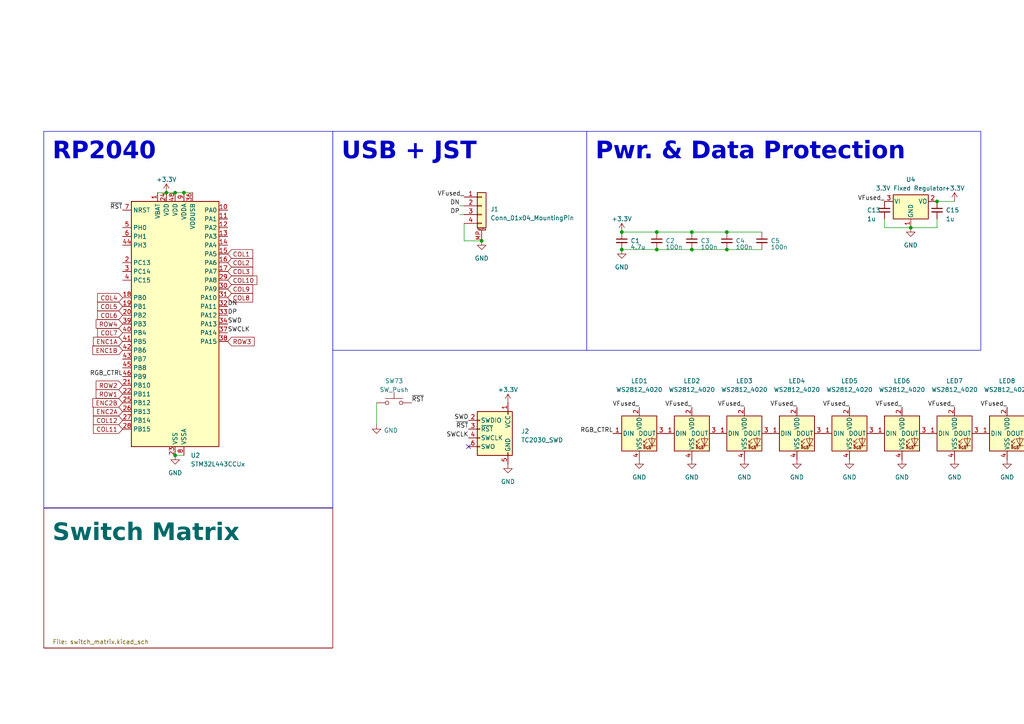
<source format=kicad_sch>
(kicad_sch (version 20230121) (generator eeschema)

  (uuid dea5f69c-d02e-47df-8e1a-a63949fabb21)

  (paper "A4")

  (lib_symbols
    (symbol "Connector_Generic_MountingPin:Conn_01x04_MountingPin" (pin_names (offset 1.016) hide) (in_bom yes) (on_board yes)
      (property "Reference" "J" (at 0 5.08 0)
        (effects (font (size 1.27 1.27)))
      )
      (property "Value" "Conn_01x04_MountingPin" (at 1.27 -7.62 0)
        (effects (font (size 1.27 1.27)) (justify left))
      )
      (property "Footprint" "" (at 0 0 0)
        (effects (font (size 1.27 1.27)) hide)
      )
      (property "Datasheet" "~" (at 0 0 0)
        (effects (font (size 1.27 1.27)) hide)
      )
      (property "ki_keywords" "connector" (at 0 0 0)
        (effects (font (size 1.27 1.27)) hide)
      )
      (property "ki_description" "Generic connectable mounting pin connector, single row, 01x04, script generated (kicad-library-utils/schlib/autogen/connector/)" (at 0 0 0)
        (effects (font (size 1.27 1.27)) hide)
      )
      (property "ki_fp_filters" "Connector*:*_1x??-1MP*" (at 0 0 0)
        (effects (font (size 1.27 1.27)) hide)
      )
      (symbol "Conn_01x04_MountingPin_1_1"
        (rectangle (start -1.27 -4.953) (end 0 -5.207)
          (stroke (width 0.1524) (type default))
          (fill (type none))
        )
        (rectangle (start -1.27 -2.413) (end 0 -2.667)
          (stroke (width 0.1524) (type default))
          (fill (type none))
        )
        (rectangle (start -1.27 0.127) (end 0 -0.127)
          (stroke (width 0.1524) (type default))
          (fill (type none))
        )
        (rectangle (start -1.27 2.667) (end 0 2.413)
          (stroke (width 0.1524) (type default))
          (fill (type none))
        )
        (rectangle (start -1.27 3.81) (end 1.27 -6.35)
          (stroke (width 0.254) (type default))
          (fill (type background))
        )
        (polyline
          (pts
            (xy -1.016 -7.112)
            (xy 1.016 -7.112)
          )
          (stroke (width 0.1524) (type default))
          (fill (type none))
        )
        (text "Mounting" (at 0 -6.731 0)
          (effects (font (size 0.381 0.381)))
        )
        (pin passive line (at -5.08 2.54 0) (length 3.81)
          (name "Pin_1" (effects (font (size 1.27 1.27))))
          (number "1" (effects (font (size 1.27 1.27))))
        )
        (pin passive line (at -5.08 0 0) (length 3.81)
          (name "Pin_2" (effects (font (size 1.27 1.27))))
          (number "2" (effects (font (size 1.27 1.27))))
        )
        (pin passive line (at -5.08 -2.54 0) (length 3.81)
          (name "Pin_3" (effects (font (size 1.27 1.27))))
          (number "3" (effects (font (size 1.27 1.27))))
        )
        (pin passive line (at -5.08 -5.08 0) (length 3.81)
          (name "Pin_4" (effects (font (size 1.27 1.27))))
          (number "4" (effects (font (size 1.27 1.27))))
        )
        (pin passive line (at 0 -10.16 90) (length 3.048)
          (name "MountPin" (effects (font (size 1.27 1.27))))
          (number "MP" (effects (font (size 1.27 1.27))))
        )
      )
    )
    (symbol "Device:C_Small" (pin_numbers hide) (pin_names (offset 0.254) hide) (in_bom yes) (on_board yes)
      (property "Reference" "C" (at 0.254 1.778 0)
        (effects (font (size 1.27 1.27)) (justify left))
      )
      (property "Value" "C_Small" (at 0.254 -2.032 0)
        (effects (font (size 1.27 1.27)) (justify left))
      )
      (property "Footprint" "" (at 0 0 0)
        (effects (font (size 1.27 1.27)) hide)
      )
      (property "Datasheet" "~" (at 0 0 0)
        (effects (font (size 1.27 1.27)) hide)
      )
      (property "ki_keywords" "capacitor cap" (at 0 0 0)
        (effects (font (size 1.27 1.27)) hide)
      )
      (property "ki_description" "Unpolarized capacitor, small symbol" (at 0 0 0)
        (effects (font (size 1.27 1.27)) hide)
      )
      (property "ki_fp_filters" "C_*" (at 0 0 0)
        (effects (font (size 1.27 1.27)) hide)
      )
      (symbol "C_Small_0_1"
        (polyline
          (pts
            (xy -1.524 -0.508)
            (xy 1.524 -0.508)
          )
          (stroke (width 0.3302) (type default))
          (fill (type none))
        )
        (polyline
          (pts
            (xy -1.524 0.508)
            (xy 1.524 0.508)
          )
          (stroke (width 0.3048) (type default))
          (fill (type none))
        )
      )
      (symbol "C_Small_1_1"
        (pin passive line (at 0 2.54 270) (length 2.032)
          (name "~" (effects (font (size 1.27 1.27))))
          (number "1" (effects (font (size 1.27 1.27))))
        )
        (pin passive line (at 0 -2.54 90) (length 2.032)
          (name "~" (effects (font (size 1.27 1.27))))
          (number "2" (effects (font (size 1.27 1.27))))
        )
      )
    )
    (symbol "MCU_ST_STM32L4:STM32L443CCUx" (in_bom yes) (on_board yes)
      (property "Reference" "U" (at -12.7 36.83 0)
        (effects (font (size 1.27 1.27)) (justify left))
      )
      (property "Value" "STM32L443CCUx" (at 7.62 36.83 0)
        (effects (font (size 1.27 1.27)) (justify left))
      )
      (property "Footprint" "Package_DFN_QFN:QFN-48-1EP_7x7mm_P0.5mm_EP5.6x5.6mm" (at -12.7 -35.56 0)
        (effects (font (size 1.27 1.27)) (justify right) hide)
      )
      (property "Datasheet" "https://www.st.com/resource/en/datasheet/stm32l443cc.pdf" (at 0 0 0)
        (effects (font (size 1.27 1.27)) hide)
      )
      (property "ki_locked" "" (at 0 0 0)
        (effects (font (size 1.27 1.27)))
      )
      (property "ki_keywords" "Arm Cortex-M4 STM32L4 STM32L4x3" (at 0 0 0)
        (effects (font (size 1.27 1.27)) hide)
      )
      (property "ki_description" "STMicroelectronics Arm Cortex-M4 MCU, 256KB flash, 64KB RAM, 80 MHz, 1.71-3.6V, 38 GPIO, UFQFPN48" (at 0 0 0)
        (effects (font (size 1.27 1.27)) hide)
      )
      (property "ki_fp_filters" "QFN*1EP*7x7mm*P0.5mm*" (at 0 0 0)
        (effects (font (size 1.27 1.27)) hide)
      )
      (symbol "STM32L443CCUx_0_1"
        (rectangle (start -12.7 -35.56) (end 12.7 35.56)
          (stroke (width 0.254) (type default))
          (fill (type background))
        )
      )
      (symbol "STM32L443CCUx_1_1"
        (pin power_in line (at -5.08 38.1 270) (length 2.54)
          (name "VBAT" (effects (font (size 1.27 1.27))))
          (number "1" (effects (font (size 1.27 1.27))))
        )
        (pin bidirectional line (at 15.24 33.02 180) (length 2.54)
          (name "PA0" (effects (font (size 1.27 1.27))))
          (number "10" (effects (font (size 1.27 1.27))))
          (alternate "ADC1_IN5" bidirectional line)
          (alternate "COMP1_INM" bidirectional line)
          (alternate "COMP1_OUT" bidirectional line)
          (alternate "OPAMP1_VINP" bidirectional line)
          (alternate "RTC_TAMP2" bidirectional line)
          (alternate "SAI1_EXTCLK" bidirectional line)
          (alternate "SYS_WKUP1" bidirectional line)
          (alternate "TIM2_CH1" bidirectional line)
          (alternate "TIM2_ETR" bidirectional line)
          (alternate "USART2_CTS" bidirectional line)
        )
        (pin bidirectional line (at 15.24 30.48 180) (length 2.54)
          (name "PA1" (effects (font (size 1.27 1.27))))
          (number "11" (effects (font (size 1.27 1.27))))
          (alternate "ADC1_IN6" bidirectional line)
          (alternate "COMP1_INP" bidirectional line)
          (alternate "I2C1_SMBA" bidirectional line)
          (alternate "LCD_SEG0" bidirectional line)
          (alternate "OPAMP1_VINM" bidirectional line)
          (alternate "SPI1_SCK" bidirectional line)
          (alternate "TIM15_CH1N" bidirectional line)
          (alternate "TIM2_CH2" bidirectional line)
          (alternate "USART2_DE" bidirectional line)
          (alternate "USART2_RTS" bidirectional line)
        )
        (pin bidirectional line (at 15.24 27.94 180) (length 2.54)
          (name "PA2" (effects (font (size 1.27 1.27))))
          (number "12" (effects (font (size 1.27 1.27))))
          (alternate "ADC1_IN7" bidirectional line)
          (alternate "COMP2_INM" bidirectional line)
          (alternate "COMP2_OUT" bidirectional line)
          (alternate "LCD_SEG1" bidirectional line)
          (alternate "LPUART1_TX" bidirectional line)
          (alternate "QUADSPI_BK1_NCS" bidirectional line)
          (alternate "RCC_LSCO" bidirectional line)
          (alternate "SYS_WKUP4" bidirectional line)
          (alternate "TIM15_CH1" bidirectional line)
          (alternate "TIM2_CH3" bidirectional line)
          (alternate "USART2_TX" bidirectional line)
        )
        (pin bidirectional line (at 15.24 25.4 180) (length 2.54)
          (name "PA3" (effects (font (size 1.27 1.27))))
          (number "13" (effects (font (size 1.27 1.27))))
          (alternate "ADC1_IN8" bidirectional line)
          (alternate "COMP2_INP" bidirectional line)
          (alternate "LCD_SEG2" bidirectional line)
          (alternate "LPUART1_RX" bidirectional line)
          (alternate "OPAMP1_VOUT" bidirectional line)
          (alternate "QUADSPI_CLK" bidirectional line)
          (alternate "SAI1_MCLK_A" bidirectional line)
          (alternate "TIM15_CH2" bidirectional line)
          (alternate "TIM2_CH4" bidirectional line)
          (alternate "USART2_RX" bidirectional line)
        )
        (pin bidirectional line (at 15.24 22.86 180) (length 2.54)
          (name "PA4" (effects (font (size 1.27 1.27))))
          (number "14" (effects (font (size 1.27 1.27))))
          (alternate "ADC1_IN9" bidirectional line)
          (alternate "COMP1_INM" bidirectional line)
          (alternate "COMP2_INM" bidirectional line)
          (alternate "DAC1_OUT1" bidirectional line)
          (alternate "LPTIM2_OUT" bidirectional line)
          (alternate "SAI1_FS_B" bidirectional line)
          (alternate "SPI1_NSS" bidirectional line)
          (alternate "SPI3_NSS" bidirectional line)
          (alternate "USART2_CK" bidirectional line)
        )
        (pin bidirectional line (at 15.24 20.32 180) (length 2.54)
          (name "PA5" (effects (font (size 1.27 1.27))))
          (number "15" (effects (font (size 1.27 1.27))))
          (alternate "ADC1_IN10" bidirectional line)
          (alternate "COMP1_INM" bidirectional line)
          (alternate "COMP2_INM" bidirectional line)
          (alternate "DAC1_OUT2" bidirectional line)
          (alternate "LPTIM2_ETR" bidirectional line)
          (alternate "SPI1_SCK" bidirectional line)
          (alternate "TIM2_CH1" bidirectional line)
          (alternate "TIM2_ETR" bidirectional line)
        )
        (pin bidirectional line (at 15.24 17.78 180) (length 2.54)
          (name "PA6" (effects (font (size 1.27 1.27))))
          (number "16" (effects (font (size 1.27 1.27))))
          (alternate "ADC1_IN11" bidirectional line)
          (alternate "COMP1_OUT" bidirectional line)
          (alternate "LCD_SEG3" bidirectional line)
          (alternate "LPUART1_CTS" bidirectional line)
          (alternate "QUADSPI_BK1_IO3" bidirectional line)
          (alternate "SPI1_MISO" bidirectional line)
          (alternate "TIM16_CH1" bidirectional line)
          (alternate "TIM1_BKIN" bidirectional line)
          (alternate "TIM1_BKIN_COMP2" bidirectional line)
          (alternate "USART3_CTS" bidirectional line)
        )
        (pin bidirectional line (at 15.24 15.24 180) (length 2.54)
          (name "PA7" (effects (font (size 1.27 1.27))))
          (number "17" (effects (font (size 1.27 1.27))))
          (alternate "ADC1_IN12" bidirectional line)
          (alternate "COMP2_OUT" bidirectional line)
          (alternate "I2C3_SCL" bidirectional line)
          (alternate "LCD_SEG4" bidirectional line)
          (alternate "QUADSPI_BK1_IO2" bidirectional line)
          (alternate "SPI1_MOSI" bidirectional line)
          (alternate "TIM1_CH1N" bidirectional line)
        )
        (pin bidirectional line (at -15.24 7.62 0) (length 2.54)
          (name "PB0" (effects (font (size 1.27 1.27))))
          (number "18" (effects (font (size 1.27 1.27))))
          (alternate "ADC1_IN15" bidirectional line)
          (alternate "COMP1_OUT" bidirectional line)
          (alternate "LCD_SEG5" bidirectional line)
          (alternate "QUADSPI_BK1_IO1" bidirectional line)
          (alternate "SAI1_EXTCLK" bidirectional line)
          (alternate "SPI1_NSS" bidirectional line)
          (alternate "TIM1_CH2N" bidirectional line)
          (alternate "USART3_CK" bidirectional line)
        )
        (pin bidirectional line (at -15.24 5.08 0) (length 2.54)
          (name "PB1" (effects (font (size 1.27 1.27))))
          (number "19" (effects (font (size 1.27 1.27))))
          (alternate "ADC1_IN16" bidirectional line)
          (alternate "COMP1_INM" bidirectional line)
          (alternate "LCD_SEG6" bidirectional line)
          (alternate "LPTIM2_IN1" bidirectional line)
          (alternate "LPUART1_DE" bidirectional line)
          (alternate "LPUART1_RTS" bidirectional line)
          (alternate "QUADSPI_BK1_IO0" bidirectional line)
          (alternate "TIM1_CH3N" bidirectional line)
          (alternate "USART3_DE" bidirectional line)
          (alternate "USART3_RTS" bidirectional line)
        )
        (pin bidirectional line (at -15.24 17.78 0) (length 2.54)
          (name "PC13" (effects (font (size 1.27 1.27))))
          (number "2" (effects (font (size 1.27 1.27))))
          (alternate "RTC_OUT_ALARM" bidirectional line)
          (alternate "RTC_OUT_CALIB" bidirectional line)
          (alternate "RTC_TAMP1" bidirectional line)
          (alternate "RTC_TS" bidirectional line)
          (alternate "SYS_WKUP2" bidirectional line)
        )
        (pin bidirectional line (at -15.24 2.54 0) (length 2.54)
          (name "PB2" (effects (font (size 1.27 1.27))))
          (number "20" (effects (font (size 1.27 1.27))))
          (alternate "COMP1_INP" bidirectional line)
          (alternate "I2C3_SMBA" bidirectional line)
          (alternate "LCD_VLCD" bidirectional line)
          (alternate "LPTIM1_OUT" bidirectional line)
          (alternate "RTC_OUT_ALARM" bidirectional line)
          (alternate "RTC_OUT_CALIB" bidirectional line)
        )
        (pin bidirectional line (at -15.24 -17.78 0) (length 2.54)
          (name "PB10" (effects (font (size 1.27 1.27))))
          (number "21" (effects (font (size 1.27 1.27))))
          (alternate "COMP1_OUT" bidirectional line)
          (alternate "I2C2_SCL" bidirectional line)
          (alternate "LCD_SEG10" bidirectional line)
          (alternate "LPUART1_RX" bidirectional line)
          (alternate "QUADSPI_CLK" bidirectional line)
          (alternate "SAI1_SCK_A" bidirectional line)
          (alternate "SPI2_SCK" bidirectional line)
          (alternate "TIM2_CH3" bidirectional line)
          (alternate "TSC_SYNC" bidirectional line)
          (alternate "USART3_TX" bidirectional line)
        )
        (pin bidirectional line (at -15.24 -20.32 0) (length 2.54)
          (name "PB11" (effects (font (size 1.27 1.27))))
          (number "22" (effects (font (size 1.27 1.27))))
          (alternate "ADC1_EXTI11" bidirectional line)
          (alternate "COMP2_OUT" bidirectional line)
          (alternate "I2C2_SDA" bidirectional line)
          (alternate "LCD_SEG11" bidirectional line)
          (alternate "LPUART1_TX" bidirectional line)
          (alternate "QUADSPI_BK1_NCS" bidirectional line)
          (alternate "TIM2_CH4" bidirectional line)
          (alternate "USART3_RX" bidirectional line)
        )
        (pin power_in line (at 0 -38.1 90) (length 2.54)
          (name "VSS" (effects (font (size 1.27 1.27))))
          (number "23" (effects (font (size 1.27 1.27))))
        )
        (pin power_in line (at -2.54 38.1 270) (length 2.54)
          (name "VDD" (effects (font (size 1.27 1.27))))
          (number "24" (effects (font (size 1.27 1.27))))
        )
        (pin bidirectional line (at -15.24 -22.86 0) (length 2.54)
          (name "PB12" (effects (font (size 1.27 1.27))))
          (number "25" (effects (font (size 1.27 1.27))))
          (alternate "I2C2_SMBA" bidirectional line)
          (alternate "LCD_SEG12" bidirectional line)
          (alternate "LPUART1_DE" bidirectional line)
          (alternate "LPUART1_RTS" bidirectional line)
          (alternate "SAI1_FS_A" bidirectional line)
          (alternate "SPI2_NSS" bidirectional line)
          (alternate "SWPMI1_IO" bidirectional line)
          (alternate "TIM15_BKIN" bidirectional line)
          (alternate "TIM1_BKIN" bidirectional line)
          (alternate "TIM1_BKIN_COMP2" bidirectional line)
          (alternate "TSC_G1_IO1" bidirectional line)
          (alternate "USART3_CK" bidirectional line)
        )
        (pin bidirectional line (at -15.24 -25.4 0) (length 2.54)
          (name "PB13" (effects (font (size 1.27 1.27))))
          (number "26" (effects (font (size 1.27 1.27))))
          (alternate "I2C2_SCL" bidirectional line)
          (alternate "LCD_SEG13" bidirectional line)
          (alternate "LPUART1_CTS" bidirectional line)
          (alternate "SAI1_SCK_A" bidirectional line)
          (alternate "SPI2_SCK" bidirectional line)
          (alternate "SWPMI1_TX" bidirectional line)
          (alternate "TIM15_CH1N" bidirectional line)
          (alternate "TIM1_CH1N" bidirectional line)
          (alternate "TSC_G1_IO2" bidirectional line)
          (alternate "USART3_CTS" bidirectional line)
        )
        (pin bidirectional line (at -15.24 -27.94 0) (length 2.54)
          (name "PB14" (effects (font (size 1.27 1.27))))
          (number "27" (effects (font (size 1.27 1.27))))
          (alternate "I2C2_SDA" bidirectional line)
          (alternate "LCD_SEG14" bidirectional line)
          (alternate "SAI1_MCLK_A" bidirectional line)
          (alternate "SPI2_MISO" bidirectional line)
          (alternate "SWPMI1_RX" bidirectional line)
          (alternate "TIM15_CH1" bidirectional line)
          (alternate "TIM1_CH2N" bidirectional line)
          (alternate "TSC_G1_IO3" bidirectional line)
          (alternate "USART3_DE" bidirectional line)
          (alternate "USART3_RTS" bidirectional line)
        )
        (pin bidirectional line (at -15.24 -30.48 0) (length 2.54)
          (name "PB15" (effects (font (size 1.27 1.27))))
          (number "28" (effects (font (size 1.27 1.27))))
          (alternate "ADC1_EXTI15" bidirectional line)
          (alternate "LCD_SEG15" bidirectional line)
          (alternate "RTC_REFIN" bidirectional line)
          (alternate "SAI1_SD_A" bidirectional line)
          (alternate "SPI2_MOSI" bidirectional line)
          (alternate "SWPMI1_SUSPEND" bidirectional line)
          (alternate "TIM15_CH2" bidirectional line)
          (alternate "TIM1_CH3N" bidirectional line)
          (alternate "TSC_G1_IO4" bidirectional line)
        )
        (pin bidirectional line (at 15.24 12.7 180) (length 2.54)
          (name "PA8" (effects (font (size 1.27 1.27))))
          (number "29" (effects (font (size 1.27 1.27))))
          (alternate "LCD_COM0" bidirectional line)
          (alternate "LPTIM2_OUT" bidirectional line)
          (alternate "RCC_MCO" bidirectional line)
          (alternate "SAI1_SCK_A" bidirectional line)
          (alternate "SWPMI1_IO" bidirectional line)
          (alternate "TIM1_CH1" bidirectional line)
          (alternate "USART1_CK" bidirectional line)
        )
        (pin bidirectional line (at -15.24 15.24 0) (length 2.54)
          (name "PC14" (effects (font (size 1.27 1.27))))
          (number "3" (effects (font (size 1.27 1.27))))
          (alternate "RCC_OSC32_IN" bidirectional line)
        )
        (pin bidirectional line (at 15.24 10.16 180) (length 2.54)
          (name "PA9" (effects (font (size 1.27 1.27))))
          (number "30" (effects (font (size 1.27 1.27))))
          (alternate "DAC1_EXTI9" bidirectional line)
          (alternate "I2C1_SCL" bidirectional line)
          (alternate "LCD_COM1" bidirectional line)
          (alternate "SAI1_FS_A" bidirectional line)
          (alternate "TIM15_BKIN" bidirectional line)
          (alternate "TIM1_CH2" bidirectional line)
          (alternate "USART1_TX" bidirectional line)
        )
        (pin bidirectional line (at 15.24 7.62 180) (length 2.54)
          (name "PA10" (effects (font (size 1.27 1.27))))
          (number "31" (effects (font (size 1.27 1.27))))
          (alternate "CRS_SYNC" bidirectional line)
          (alternate "I2C1_SDA" bidirectional line)
          (alternate "LCD_COM2" bidirectional line)
          (alternate "SAI1_SD_A" bidirectional line)
          (alternate "TIM1_CH3" bidirectional line)
          (alternate "USART1_RX" bidirectional line)
        )
        (pin bidirectional line (at 15.24 5.08 180) (length 2.54)
          (name "PA11" (effects (font (size 1.27 1.27))))
          (number "32" (effects (font (size 1.27 1.27))))
          (alternate "ADC1_EXTI11" bidirectional line)
          (alternate "CAN1_RX" bidirectional line)
          (alternate "COMP1_OUT" bidirectional line)
          (alternate "SPI1_MISO" bidirectional line)
          (alternate "TIM1_BKIN2" bidirectional line)
          (alternate "TIM1_BKIN2_COMP1" bidirectional line)
          (alternate "TIM1_CH4" bidirectional line)
          (alternate "USART1_CTS" bidirectional line)
          (alternate "USB_DM" bidirectional line)
        )
        (pin bidirectional line (at 15.24 2.54 180) (length 2.54)
          (name "PA12" (effects (font (size 1.27 1.27))))
          (number "33" (effects (font (size 1.27 1.27))))
          (alternate "CAN1_TX" bidirectional line)
          (alternate "SPI1_MOSI" bidirectional line)
          (alternate "TIM1_ETR" bidirectional line)
          (alternate "USART1_DE" bidirectional line)
          (alternate "USART1_RTS" bidirectional line)
          (alternate "USB_DP" bidirectional line)
        )
        (pin bidirectional line (at 15.24 0 180) (length 2.54)
          (name "PA13" (effects (font (size 1.27 1.27))))
          (number "34" (effects (font (size 1.27 1.27))))
          (alternate "IR_OUT" bidirectional line)
          (alternate "SAI1_SD_B" bidirectional line)
          (alternate "SWPMI1_TX" bidirectional line)
          (alternate "SYS_JTMS-SWDIO" bidirectional line)
          (alternate "USB_NOE" bidirectional line)
        )
        (pin passive line (at 0 -38.1 90) (length 2.54) hide
          (name "VSS" (effects (font (size 1.27 1.27))))
          (number "35" (effects (font (size 1.27 1.27))))
        )
        (pin power_in line (at 5.08 38.1 270) (length 2.54)
          (name "VDDUSB" (effects (font (size 1.27 1.27))))
          (number "36" (effects (font (size 1.27 1.27))))
        )
        (pin bidirectional line (at 15.24 -2.54 180) (length 2.54)
          (name "PA14" (effects (font (size 1.27 1.27))))
          (number "37" (effects (font (size 1.27 1.27))))
          (alternate "I2C1_SMBA" bidirectional line)
          (alternate "LPTIM1_OUT" bidirectional line)
          (alternate "SAI1_FS_B" bidirectional line)
          (alternate "SWPMI1_RX" bidirectional line)
          (alternate "SYS_JTCK-SWCLK" bidirectional line)
        )
        (pin bidirectional line (at 15.24 -5.08 180) (length 2.54)
          (name "PA15" (effects (font (size 1.27 1.27))))
          (number "38" (effects (font (size 1.27 1.27))))
          (alternate "ADC1_EXTI15" bidirectional line)
          (alternate "LCD_SEG17" bidirectional line)
          (alternate "SPI1_NSS" bidirectional line)
          (alternate "SPI3_NSS" bidirectional line)
          (alternate "SWPMI1_SUSPEND" bidirectional line)
          (alternate "SYS_JTDI" bidirectional line)
          (alternate "TIM2_CH1" bidirectional line)
          (alternate "TIM2_ETR" bidirectional line)
          (alternate "USART2_RX" bidirectional line)
          (alternate "USART3_DE" bidirectional line)
          (alternate "USART3_RTS" bidirectional line)
        )
        (pin bidirectional line (at -15.24 0 0) (length 2.54)
          (name "PB3" (effects (font (size 1.27 1.27))))
          (number "39" (effects (font (size 1.27 1.27))))
          (alternate "COMP2_INM" bidirectional line)
          (alternate "LCD_SEG7" bidirectional line)
          (alternate "SAI1_SCK_B" bidirectional line)
          (alternate "SPI1_SCK" bidirectional line)
          (alternate "SPI3_SCK" bidirectional line)
          (alternate "SYS_JTDO-SWO" bidirectional line)
          (alternate "TIM2_CH2" bidirectional line)
          (alternate "USART1_DE" bidirectional line)
          (alternate "USART1_RTS" bidirectional line)
        )
        (pin bidirectional line (at -15.24 12.7 0) (length 2.54)
          (name "PC15" (effects (font (size 1.27 1.27))))
          (number "4" (effects (font (size 1.27 1.27))))
          (alternate "ADC1_EXTI15" bidirectional line)
          (alternate "RCC_OSC32_OUT" bidirectional line)
        )
        (pin bidirectional line (at -15.24 -2.54 0) (length 2.54)
          (name "PB4" (effects (font (size 1.27 1.27))))
          (number "40" (effects (font (size 1.27 1.27))))
          (alternate "COMP2_INP" bidirectional line)
          (alternate "I2C3_SDA" bidirectional line)
          (alternate "LCD_SEG8" bidirectional line)
          (alternate "SAI1_MCLK_B" bidirectional line)
          (alternate "SPI1_MISO" bidirectional line)
          (alternate "SPI3_MISO" bidirectional line)
          (alternate "SYS_JTRST" bidirectional line)
          (alternate "TSC_G2_IO1" bidirectional line)
          (alternate "USART1_CTS" bidirectional line)
        )
        (pin bidirectional line (at -15.24 -5.08 0) (length 2.54)
          (name "PB5" (effects (font (size 1.27 1.27))))
          (number "41" (effects (font (size 1.27 1.27))))
          (alternate "COMP2_OUT" bidirectional line)
          (alternate "I2C1_SMBA" bidirectional line)
          (alternate "LCD_SEG9" bidirectional line)
          (alternate "LPTIM1_IN1" bidirectional line)
          (alternate "SAI1_SD_B" bidirectional line)
          (alternate "SPI1_MOSI" bidirectional line)
          (alternate "SPI3_MOSI" bidirectional line)
          (alternate "TIM16_BKIN" bidirectional line)
          (alternate "TSC_G2_IO2" bidirectional line)
          (alternate "USART1_CK" bidirectional line)
        )
        (pin bidirectional line (at -15.24 -7.62 0) (length 2.54)
          (name "PB6" (effects (font (size 1.27 1.27))))
          (number "42" (effects (font (size 1.27 1.27))))
          (alternate "COMP2_INP" bidirectional line)
          (alternate "I2C1_SCL" bidirectional line)
          (alternate "LPTIM1_ETR" bidirectional line)
          (alternate "SAI1_FS_B" bidirectional line)
          (alternate "TIM16_CH1N" bidirectional line)
          (alternate "TSC_G2_IO3" bidirectional line)
          (alternate "USART1_TX" bidirectional line)
        )
        (pin bidirectional line (at -15.24 -10.16 0) (length 2.54)
          (name "PB7" (effects (font (size 1.27 1.27))))
          (number "43" (effects (font (size 1.27 1.27))))
          (alternate "COMP2_INM" bidirectional line)
          (alternate "I2C1_SDA" bidirectional line)
          (alternate "LCD_SEG21" bidirectional line)
          (alternate "LPTIM1_IN2" bidirectional line)
          (alternate "SYS_PVD_IN" bidirectional line)
          (alternate "TSC_G2_IO4" bidirectional line)
          (alternate "USART1_RX" bidirectional line)
        )
        (pin bidirectional line (at -15.24 22.86 0) (length 2.54)
          (name "PH3" (effects (font (size 1.27 1.27))))
          (number "44" (effects (font (size 1.27 1.27))))
        )
        (pin bidirectional line (at -15.24 -12.7 0) (length 2.54)
          (name "PB8" (effects (font (size 1.27 1.27))))
          (number "45" (effects (font (size 1.27 1.27))))
          (alternate "CAN1_RX" bidirectional line)
          (alternate "I2C1_SCL" bidirectional line)
          (alternate "LCD_SEG16" bidirectional line)
          (alternate "SAI1_MCLK_A" bidirectional line)
          (alternate "TIM16_CH1" bidirectional line)
        )
        (pin bidirectional line (at -15.24 -15.24 0) (length 2.54)
          (name "PB9" (effects (font (size 1.27 1.27))))
          (number "46" (effects (font (size 1.27 1.27))))
          (alternate "CAN1_TX" bidirectional line)
          (alternate "DAC1_EXTI9" bidirectional line)
          (alternate "I2C1_SDA" bidirectional line)
          (alternate "IR_OUT" bidirectional line)
          (alternate "LCD_COM3" bidirectional line)
          (alternate "SAI1_FS_A" bidirectional line)
          (alternate "SPI2_NSS" bidirectional line)
        )
        (pin passive line (at 0 -38.1 90) (length 2.54) hide
          (name "VSS" (effects (font (size 1.27 1.27))))
          (number "47" (effects (font (size 1.27 1.27))))
        )
        (pin power_in line (at 0 38.1 270) (length 2.54)
          (name "VDD" (effects (font (size 1.27 1.27))))
          (number "48" (effects (font (size 1.27 1.27))))
        )
        (pin passive line (at 0 -38.1 90) (length 2.54) hide
          (name "VSS" (effects (font (size 1.27 1.27))))
          (number "49" (effects (font (size 1.27 1.27))))
        )
        (pin bidirectional line (at -15.24 27.94 0) (length 2.54)
          (name "PH0" (effects (font (size 1.27 1.27))))
          (number "5" (effects (font (size 1.27 1.27))))
          (alternate "RCC_OSC_IN" bidirectional line)
        )
        (pin bidirectional line (at -15.24 25.4 0) (length 2.54)
          (name "PH1" (effects (font (size 1.27 1.27))))
          (number "6" (effects (font (size 1.27 1.27))))
          (alternate "RCC_OSC_OUT" bidirectional line)
        )
        (pin input line (at -15.24 33.02 0) (length 2.54)
          (name "NRST" (effects (font (size 1.27 1.27))))
          (number "7" (effects (font (size 1.27 1.27))))
        )
        (pin power_in line (at 2.54 -38.1 90) (length 2.54)
          (name "VSSA" (effects (font (size 1.27 1.27))))
          (number "8" (effects (font (size 1.27 1.27))))
        )
        (pin power_in line (at 2.54 38.1 270) (length 2.54)
          (name "VDDA" (effects (font (size 1.27 1.27))))
          (number "9" (effects (font (size 1.27 1.27))))
        )
      )
    )
    (symbol "PCM_marbastlib-various:TC2030_SWD" (pin_names (offset 1.016)) (in_bom yes) (on_board yes)
      (property "Reference" "J" (at -3.81 -6.35 0)
        (effects (font (size 1.27 1.27)) (justify left))
      )
      (property "Value" "TC2030_SWD" (at -10.16 8.89 0)
        (effects (font (size 1.27 1.27)) (justify left))
      )
      (property "Footprint" "PCM_marbastlib-various:CON_TC2030_outlined" (at 10.16 1.27 90)
        (effects (font (size 1.27 1.27)) hide)
      )
      (property "Datasheet" " ~" (at -32.385 -13.97 0)
        (effects (font (size 1.27 1.27)) hide)
      )
      (property "ki_keywords" "JTAG ARM SWD connector tag connect tc 2030" (at 0 0 0)
        (effects (font (size 1.27 1.27)) hide)
      )
      (property "ki_description" "6-pin TC2030 connector for SWD programming" (at 0 0 0)
        (effects (font (size 1.27 1.27)) hide)
      )
      (property "ki_fp_filters" "IDC?Header*2x03* Pin?Header*2x03*" (at 0 0 0)
        (effects (font (size 1.27 1.27)) hide)
      )
      (symbol "TC2030_SWD_0_1"
        (rectangle (start -3.81 7.62) (end 6.35 -5.08)
          (stroke (width 0.254) (type default))
          (fill (type background))
        )
        (rectangle (start -3.048 -2.667) (end -3.81 -2.413)
          (stroke (width 0) (type default))
          (fill (type none))
        )
        (rectangle (start -3.048 -0.127) (end -3.81 0.127)
          (stroke (width 0) (type default))
          (fill (type none))
        )
        (rectangle (start -3.048 2.413) (end -3.81 2.667)
          (stroke (width 0) (type default))
          (fill (type none))
        )
        (rectangle (start -3.048 4.953) (end -3.81 5.207)
          (stroke (width 0) (type default))
          (fill (type none))
        )
        (rectangle (start 4.953 -5.08) (end 5.207 -4.318)
          (stroke (width 0) (type default))
          (fill (type none))
        )
        (rectangle (start 4.953 6.858) (end 5.207 7.62)
          (stroke (width 0) (type default))
          (fill (type none))
        )
      )
      (symbol "TC2030_SWD_1_1"
        (pin passive line (at 5.08 10.16 270) (length 2.54)
          (name "VCC" (effects (font (size 1.27 1.27))))
          (number "1" (effects (font (size 1.27 1.27))))
        )
        (pin passive line (at -6.35 5.08 0) (length 2.54)
          (name "SWDIO" (effects (font (size 1.27 1.27))))
          (number "2" (effects (font (size 1.27 1.27))))
        )
        (pin passive line (at -6.35 2.54 0) (length 2.54)
          (name "~{RST}" (effects (font (size 1.27 1.27))))
          (number "3" (effects (font (size 1.27 1.27))))
        )
        (pin passive line (at -6.35 0 0) (length 2.54)
          (name "SWCLK" (effects (font (size 1.27 1.27))))
          (number "4" (effects (font (size 1.27 1.27))))
        )
        (pin passive line (at 5.08 -7.62 90) (length 2.54)
          (name "GND" (effects (font (size 1.27 1.27))))
          (number "5" (effects (font (size 1.27 1.27))))
        )
        (pin passive line (at -6.35 -2.54 0) (length 2.54)
          (name "SWO" (effects (font (size 1.27 1.27))))
          (number "6" (effects (font (size 1.27 1.27))))
        )
      )
    )
    (symbol "Regulator_Linear:AP2127N3-1.2" (pin_names (offset 0.254)) (in_bom yes) (on_board yes)
      (property "Reference" "U" (at -3.81 3.175 0)
        (effects (font (size 1.27 1.27)))
      )
      (property "Value" "AP2127N3-1.2" (at 0 3.175 0)
        (effects (font (size 1.27 1.27)) (justify left))
      )
      (property "Footprint" "Package_TO_SOT_SMD:TSOT-23" (at 0 5.715 0)
        (effects (font (size 1.27 1.27) italic) hide)
      )
      (property "Datasheet" "https://www.diodes.com/assets/Datasheets/AP2127.pdf" (at 0 0 0)
        (effects (font (size 1.27 1.27)) hide)
      )
      (property "ki_keywords" "linear regulator ldo fixed positive" (at 0 0 0)
        (effects (font (size 1.27 1.27)) hide)
      )
      (property "ki_description" "300mA low dropout linear regulator, shutdown pin, 2.5V-6V input voltage, 1.2V fixed positive output, SOT-23-3 package" (at 0 0 0)
        (effects (font (size 1.27 1.27)) hide)
      )
      (property "ki_fp_filters" "TSOT?23*" (at 0 0 0)
        (effects (font (size 1.27 1.27)) hide)
      )
      (symbol "AP2127N3-1.2_0_1"
        (rectangle (start -5.08 1.905) (end 5.08 -5.08)
          (stroke (width 0.254) (type default))
          (fill (type background))
        )
      )
      (symbol "AP2127N3-1.2_1_1"
        (pin power_in line (at 0 -7.62 90) (length 2.54)
          (name "GND" (effects (font (size 1.27 1.27))))
          (number "1" (effects (font (size 1.27 1.27))))
        )
        (pin power_out line (at 7.62 0 180) (length 2.54)
          (name "VO" (effects (font (size 1.27 1.27))))
          (number "2" (effects (font (size 1.27 1.27))))
        )
        (pin power_in line (at -7.62 0 0) (length 2.54)
          (name "VI" (effects (font (size 1.27 1.27))))
          (number "3" (effects (font (size 1.27 1.27))))
        )
      )
    )
    (symbol "Switch:SW_Push" (pin_numbers hide) (pin_names (offset 1.016) hide) (in_bom yes) (on_board yes)
      (property "Reference" "SW" (at 1.27 2.54 0)
        (effects (font (size 1.27 1.27)) (justify left))
      )
      (property "Value" "SW_Push" (at 0 -1.524 0)
        (effects (font (size 1.27 1.27)))
      )
      (property "Footprint" "" (at 0 5.08 0)
        (effects (font (size 1.27 1.27)) hide)
      )
      (property "Datasheet" "~" (at 0 5.08 0)
        (effects (font (size 1.27 1.27)) hide)
      )
      (property "ki_keywords" "switch normally-open pushbutton push-button" (at 0 0 0)
        (effects (font (size 1.27 1.27)) hide)
      )
      (property "ki_description" "Push button switch, generic, two pins" (at 0 0 0)
        (effects (font (size 1.27 1.27)) hide)
      )
      (symbol "SW_Push_0_1"
        (circle (center -2.032 0) (radius 0.508)
          (stroke (width 0) (type default))
          (fill (type none))
        )
        (polyline
          (pts
            (xy 0 1.27)
            (xy 0 3.048)
          )
          (stroke (width 0) (type default))
          (fill (type none))
        )
        (polyline
          (pts
            (xy 2.54 1.27)
            (xy -2.54 1.27)
          )
          (stroke (width 0) (type default))
          (fill (type none))
        )
        (circle (center 2.032 0) (radius 0.508)
          (stroke (width 0) (type default))
          (fill (type none))
        )
        (pin passive line (at -5.08 0 0) (length 2.54)
          (name "1" (effects (font (size 1.27 1.27))))
          (number "1" (effects (font (size 1.27 1.27))))
        )
        (pin passive line (at 5.08 0 180) (length 2.54)
          (name "2" (effects (font (size 1.27 1.27))))
          (number "2" (effects (font (size 1.27 1.27))))
        )
      )
    )
    (symbol "marbastlib-various:WS2812_4020" (pin_names (offset 0.254)) (in_bom yes) (on_board yes)
      (property "Reference" "LED" (at 5.08 5.715 0)
        (effects (font (size 1.27 1.27)) (justify right bottom))
      )
      (property "Value" "WS2812_4020" (at 1.27 -5.715 0)
        (effects (font (size 1.27 1.27)) (justify left top))
      )
      (property "Footprint" "PCM_marbastlib-various:LED_WS2812_4020" (at 1.27 -7.62 0)
        (effects (font (size 1.27 1.27)) (justify left top) hide)
      )
      (property "Datasheet" "https://datasheet.lcsc.com/lcsc/2012110135_Worldsemi-WS2812B-4020_C965557.pdf" (at 2.54 -9.525 0)
        (effects (font (size 1.27 1.27)) (justify left top) hide)
      )
      (property "ki_keywords" "RGB LED NeoPixel Mini addressable 4020 side side-firing right angle" (at 0 0 0)
        (effects (font (size 1.27 1.27)) hide)
      )
      (property "ki_description" "4020 SMD adressable RGB LED with integrated controller" (at 0 0 0)
        (effects (font (size 1.27 1.27)) hide)
      )
      (property "ki_fp_filters" "LED*SK6812MINI*PLCC*3.5x3.5mm*P1.75mm*" (at 0 0 0)
        (effects (font (size 1.27 1.27)) hide)
      )
      (symbol "WS2812_4020_0_0"
        (text "RGB" (at 2.286 -4.191 0)
          (effects (font (size 0.762 0.762)))
        )
      )
      (symbol "WS2812_4020_0_1"
        (polyline
          (pts
            (xy 1.27 -3.556)
            (xy 1.778 -3.556)
          )
          (stroke (width 0) (type default))
          (fill (type none))
        )
        (polyline
          (pts
            (xy 1.27 -2.54)
            (xy 1.778 -2.54)
          )
          (stroke (width 0) (type default))
          (fill (type none))
        )
        (polyline
          (pts
            (xy 4.699 -3.556)
            (xy 2.667 -3.556)
          )
          (stroke (width 0) (type default))
          (fill (type none))
        )
        (polyline
          (pts
            (xy 2.286 -2.54)
            (xy 1.27 -3.556)
            (xy 1.27 -3.048)
          )
          (stroke (width 0) (type default))
          (fill (type none))
        )
        (polyline
          (pts
            (xy 2.286 -1.524)
            (xy 1.27 -2.54)
            (xy 1.27 -2.032)
          )
          (stroke (width 0) (type default))
          (fill (type none))
        )
        (polyline
          (pts
            (xy 3.683 -1.016)
            (xy 3.683 -3.556)
            (xy 3.683 -4.064)
          )
          (stroke (width 0) (type default))
          (fill (type none))
        )
        (polyline
          (pts
            (xy 4.699 -1.524)
            (xy 2.667 -1.524)
            (xy 3.683 -3.556)
            (xy 4.699 -1.524)
          )
          (stroke (width 0) (type default))
          (fill (type none))
        )
        (rectangle (start 5.08 5.08) (end -5.08 -5.08)
          (stroke (width 0.254) (type default))
          (fill (type background))
        )
      )
      (symbol "WS2812_4020_1_1"
        (pin input line (at -7.62 0 0) (length 2.54)
          (name "DIN" (effects (font (size 1.27 1.27))))
          (number "1" (effects (font (size 1.27 1.27))))
        )
        (pin power_in line (at 0 7.62 270) (length 2.54)
          (name "VDD" (effects (font (size 1.27 1.27))))
          (number "2" (effects (font (size 1.27 1.27))))
        )
        (pin output line (at 7.62 0 180) (length 2.54)
          (name "DOUT" (effects (font (size 1.27 1.27))))
          (number "3" (effects (font (size 1.27 1.27))))
        )
        (pin power_in line (at 0 -7.62 90) (length 2.54)
          (name "VSS" (effects (font (size 1.27 1.27))))
          (number "4" (effects (font (size 1.27 1.27))))
        )
      )
    )
    (symbol "power:+3.3V" (power) (pin_names (offset 0)) (in_bom yes) (on_board yes)
      (property "Reference" "#PWR" (at 0 -3.81 0)
        (effects (font (size 1.27 1.27)) hide)
      )
      (property "Value" "+3.3V" (at 0 3.556 0)
        (effects (font (size 1.27 1.27)))
      )
      (property "Footprint" "" (at 0 0 0)
        (effects (font (size 1.27 1.27)) hide)
      )
      (property "Datasheet" "" (at 0 0 0)
        (effects (font (size 1.27 1.27)) hide)
      )
      (property "ki_keywords" "power-flag" (at 0 0 0)
        (effects (font (size 1.27 1.27)) hide)
      )
      (property "ki_description" "Power symbol creates a global label with name \"+3.3V\"" (at 0 0 0)
        (effects (font (size 1.27 1.27)) hide)
      )
      (symbol "+3.3V_0_1"
        (polyline
          (pts
            (xy -0.762 1.27)
            (xy 0 2.54)
          )
          (stroke (width 0) (type default))
          (fill (type none))
        )
        (polyline
          (pts
            (xy 0 0)
            (xy 0 2.54)
          )
          (stroke (width 0) (type default))
          (fill (type none))
        )
        (polyline
          (pts
            (xy 0 2.54)
            (xy 0.762 1.27)
          )
          (stroke (width 0) (type default))
          (fill (type none))
        )
      )
      (symbol "+3.3V_1_1"
        (pin power_in line (at 0 0 90) (length 0) hide
          (name "+3.3V" (effects (font (size 1.27 1.27))))
          (number "1" (effects (font (size 1.27 1.27))))
        )
      )
    )
    (symbol "power:GND" (power) (pin_names (offset 0)) (in_bom yes) (on_board yes)
      (property "Reference" "#PWR" (at 0 -6.35 0)
        (effects (font (size 1.27 1.27)) hide)
      )
      (property "Value" "GND" (at 0 -3.81 0)
        (effects (font (size 1.27 1.27)))
      )
      (property "Footprint" "" (at 0 0 0)
        (effects (font (size 1.27 1.27)) hide)
      )
      (property "Datasheet" "" (at 0 0 0)
        (effects (font (size 1.27 1.27)) hide)
      )
      (property "ki_keywords" "power-flag" (at 0 0 0)
        (effects (font (size 1.27 1.27)) hide)
      )
      (property "ki_description" "Power symbol creates a global label with name \"GND\" , ground" (at 0 0 0)
        (effects (font (size 1.27 1.27)) hide)
      )
      (symbol "GND_0_1"
        (polyline
          (pts
            (xy 0 0)
            (xy 0 -1.27)
            (xy 1.27 -1.27)
            (xy 0 -2.54)
            (xy -1.27 -1.27)
            (xy 0 -1.27)
          )
          (stroke (width 0) (type default))
          (fill (type none))
        )
      )
      (symbol "GND_1_1"
        (pin power_in line (at 0 0 270) (length 0) hide
          (name "GND" (effects (font (size 1.27 1.27))))
          (number "1" (effects (font (size 1.27 1.27))))
        )
      )
    )
  )

  (junction (at 264.16 66.04) (diameter 0) (color 0 0 0 0)
    (uuid 08ab219a-6907-4f42-a14b-55608d874c3a)
  )
  (junction (at 180.34 67.31) (diameter 0) (color 0 0 0 0)
    (uuid 0fa3626e-11b0-4b5d-9870-ca1332d0af3b)
  )
  (junction (at 200.66 72.39) (diameter 0) (color 0 0 0 0)
    (uuid 190175ca-6626-4e4c-a1f2-2ae0c595a376)
  )
  (junction (at 48.26 55.88) (diameter 0) (color 0 0 0 0)
    (uuid 56eb48c6-3931-4387-9759-5dbe08541538)
  )
  (junction (at 210.82 72.39) (diameter 0) (color 0 0 0 0)
    (uuid 59e9e90c-f9ef-40cf-8742-8e4ce470cc3e)
  )
  (junction (at 271.78 58.42) (diameter 0) (color 0 0 0 0)
    (uuid 67a29437-abbe-4216-b287-7005532a8eac)
  )
  (junction (at 180.34 72.39) (diameter 0) (color 0 0 0 0)
    (uuid 7b79873d-11ac-45da-9f32-c7522893363a)
  )
  (junction (at 50.8 55.88) (diameter 0) (color 0 0 0 0)
    (uuid 7c8640f8-1ea3-491d-9fe2-e9fcc69c18e9)
  )
  (junction (at 190.5 72.39) (diameter 0) (color 0 0 0 0)
    (uuid 7da7c3c5-7803-40b0-8b0d-27de09d63a3b)
  )
  (junction (at 53.34 55.88) (diameter 0) (color 0 0 0 0)
    (uuid 9f3a5c07-4453-4fa8-a165-a65c64d232cd)
  )
  (junction (at 50.8 132.08) (diameter 0) (color 0 0 0 0)
    (uuid cd011f21-8c33-4491-a5bf-ae43d84f535e)
  )
  (junction (at 200.66 67.31) (diameter 0) (color 0 0 0 0)
    (uuid d5001348-9d50-4010-9339-73cc3a739434)
  )
  (junction (at 210.82 67.31) (diameter 0) (color 0 0 0 0)
    (uuid e8a161c0-1ce1-4a40-8597-fcbb80f75b27)
  )
  (junction (at 190.5 67.31) (diameter 0) (color 0 0 0 0)
    (uuid f16b9e7d-251b-4ae3-9c94-c0857ccf2f64)
  )
  (junction (at 139.7 69.85) (diameter 0) (color 0 0 0 0)
    (uuid f60ff424-2e66-46b4-8753-50d0c3cdd4a1)
  )

  (no_connect (at 360.68 125.73) (uuid d912063c-fd08-4782-8e0d-3d477243647a))
  (no_connect (at 135.89 129.54) (uuid fc80e428-624b-4beb-a513-ae554db2c34f))

  (wire (pts (xy 271.78 66.04) (xy 271.78 63.5))
    (stroke (width 0) (type default))
    (uuid 01d4dc3d-943b-4d70-8328-18737f9330ba)
  )
  (wire (pts (xy 180.34 72.39) (xy 190.5 72.39))
    (stroke (width 0) (type default))
    (uuid 129c6b25-9c7b-4eec-9e25-e2c198367a6a)
  )
  (wire (pts (xy 180.34 67.31) (xy 190.5 67.31))
    (stroke (width 0) (type default))
    (uuid 28db18e3-3f42-4dc0-875f-928f86ddfc14)
  )
  (wire (pts (xy 271.78 58.42) (xy 276.86 58.42))
    (stroke (width 0) (type default))
    (uuid 32bd3e76-9828-4237-878c-1cbd29204b85)
  )
  (wire (pts (xy 264.16 66.04) (xy 271.78 66.04))
    (stroke (width 0) (type default))
    (uuid 692bb924-1840-47d0-988d-ea4c35c2bfdd)
  )
  (wire (pts (xy 48.26 55.88) (xy 50.8 55.88))
    (stroke (width 0) (type default))
    (uuid 7756dab4-0481-4dbc-9b83-ee640f2086e0)
  )
  (wire (pts (xy 200.66 67.31) (xy 210.82 67.31))
    (stroke (width 0) (type default))
    (uuid 842a060c-32ae-42aa-ab81-cd15a1f3bfd8)
  )
  (wire (pts (xy 134.62 59.69) (xy 133.35 59.69))
    (stroke (width 0) (type default))
    (uuid 89d121b3-efe7-4786-a241-20d301fcbf9e)
  )
  (wire (pts (xy 256.54 63.5) (xy 256.54 66.04))
    (stroke (width 0) (type default))
    (uuid 9eb52f6a-315e-4262-8242-e3f3e7553761)
  )
  (wire (pts (xy 190.5 72.39) (xy 200.66 72.39))
    (stroke (width 0) (type default))
    (uuid a26fe3c7-7f88-44a7-a317-53aded66a2cb)
  )
  (wire (pts (xy 134.62 62.23) (xy 133.35 62.23))
    (stroke (width 0) (type default))
    (uuid b433d648-8767-49ff-b34f-828015d27410)
  )
  (wire (pts (xy 45.72 55.88) (xy 48.26 55.88))
    (stroke (width 0) (type default))
    (uuid c2dbc349-f78b-44c6-8e9a-e3395a721538)
  )
  (wire (pts (xy 109.22 116.84) (xy 109.22 123.19))
    (stroke (width 0) (type default))
    (uuid c4c540c6-c2ee-402c-84a3-81d80148da45)
  )
  (wire (pts (xy 50.8 55.88) (xy 53.34 55.88))
    (stroke (width 0) (type default))
    (uuid c6657124-7493-48a3-882b-b004a70b7c1c)
  )
  (wire (pts (xy 190.5 67.31) (xy 200.66 67.31))
    (stroke (width 0) (type default))
    (uuid caedf8c4-ad3c-43c0-8a96-319c0d2b5568)
  )
  (wire (pts (xy 210.82 67.31) (xy 220.98 67.31))
    (stroke (width 0) (type default))
    (uuid ce1d6b0e-d705-4fb1-91e5-84e3149fac45)
  )
  (wire (pts (xy 256.54 66.04) (xy 264.16 66.04))
    (stroke (width 0) (type default))
    (uuid cfc2e07f-474d-4f9c-8342-554966fb607f)
  )
  (wire (pts (xy 134.62 69.85) (xy 139.7 69.85))
    (stroke (width 0) (type default))
    (uuid df4a8f4d-1add-4c6e-bc5c-c920187018ef)
  )
  (wire (pts (xy 134.62 64.77) (xy 134.62 69.85))
    (stroke (width 0) (type default))
    (uuid ecebabcf-b717-463e-a5b3-5b09b9483af2)
  )
  (wire (pts (xy 210.82 72.39) (xy 220.98 72.39))
    (stroke (width 0) (type default))
    (uuid f1893770-4d67-4951-a682-60824ddbb6f0)
  )
  (wire (pts (xy 53.34 55.88) (xy 55.88 55.88))
    (stroke (width 0) (type default))
    (uuid f4660ca0-2a14-4d05-be37-2b4ff4dc09a2)
  )
  (wire (pts (xy 50.8 132.08) (xy 53.34 132.08))
    (stroke (width 0) (type default))
    (uuid fab8f5da-a0aa-428b-ba2e-9fa3a6a1558b)
  )
  (wire (pts (xy 200.66 72.39) (xy 210.82 72.39))
    (stroke (width 0) (type default))
    (uuid fd8cf8ec-22be-401b-9198-d64f0d1c0878)
  )

  (rectangle (start 12.7 38.1) (end 96.52 147.32)
    (stroke (width 0) (type default))
    (fill (type none))
    (uuid 1d835039-035e-4938-8dc9-65693a064e2e)
  )
  (rectangle (start 170.18 38.1) (end 284.48 101.6)
    (stroke (width 0) (type default))
    (fill (type none))
    (uuid 61f3d974-a824-4c89-9910-64e04cf91966)
  )
  (rectangle (start 96.52 38.1) (end 170.18 101.6)
    (stroke (width 0) (type default))
    (fill (type none))
    (uuid 8205c50c-697c-40fa-a580-b89037ea77e4)
  )

  (text "Pwr. & Data Protection" (at 172.72 48.26 0)
    (effects (font (face "Tahoma") (size 5 5) (thickness 0.254) bold) (justify left bottom))
    (uuid 37dc6e90-a172-408c-9373-4c27eff2e21d)
  )
  (text "RP2040" (at 15.24 48.26 0)
    (effects (font (face "Tahoma") (size 5 5) (thickness 0.254) bold) (justify left bottom))
    (uuid e9a39070-96c5-478f-b3d9-ca39bb409f5e)
  )
  (text "USB + JST" (at 99.06 48.26 0)
    (effects (font (face "Tahoma") (size 5 5) (thickness 0.254) bold) (justify left bottom))
    (uuid fb082152-8226-429f-b13e-7fb0fe1f0c8e)
  )

  (label "VFused_" (at 231.14 118.11 180) (fields_autoplaced)
    (effects (font (size 1.27 1.27)) (justify right bottom))
    (uuid 0a9f1d7d-fbdd-42c5-8161-c2def9761963)
  )
  (label "VFused_" (at 261.62 118.11 180) (fields_autoplaced)
    (effects (font (size 1.27 1.27)) (justify right bottom))
    (uuid 25b0ea61-6c11-4d8c-8655-8b7188d9e351)
  )
  (label "VFused_" (at 200.66 118.11 180) (fields_autoplaced)
    (effects (font (size 1.27 1.27)) (justify right bottom))
    (uuid 36eef103-0c18-40e1-af28-b8c3bdcae380)
  )
  (label "VFused_" (at 185.42 118.11 180) (fields_autoplaced)
    (effects (font (size 1.27 1.27)) (justify right bottom))
    (uuid 3e1ede85-a41b-479e-b105-f216e684247c)
  )
  (label "VFused_" (at 215.9 118.11 180) (fields_autoplaced)
    (effects (font (size 1.27 1.27)) (justify right bottom))
    (uuid 43fad766-ddbb-4a7e-a0a1-d58d1063c01d)
  )
  (label "DN" (at 66.04 88.9 0) (fields_autoplaced)
    (effects (font (size 1.27 1.27)) (justify left bottom))
    (uuid 4a52b46e-2a76-47b8-83e9-3b3386a4b109)
  )
  (label "DN" (at 133.35 59.69 180) (fields_autoplaced)
    (effects (font (size 1.27 1.27)) (justify right bottom))
    (uuid 5d0a5053-751d-4153-9bd7-5fe86fe0578c)
  )
  (label "VFused_" (at 337.82 118.11 180) (fields_autoplaced)
    (effects (font (size 1.27 1.27)) (justify right bottom))
    (uuid 627934c5-796f-46a2-97e5-ad909b149d3c)
  )
  (label "SWCLK" (at 135.89 127 180) (fields_autoplaced)
    (effects (font (size 1.27 1.27)) (justify right bottom))
    (uuid 6e350b2a-257b-4b31-b80d-3f93f8a5f89c)
  )
  (label "SWD" (at 66.04 93.98 0) (fields_autoplaced)
    (effects (font (size 1.27 1.27)) (justify left bottom))
    (uuid 6f2c5124-5208-44ff-bcab-7ba4c704ea3e)
  )
  (label "VFused_" (at 134.62 57.15 180) (fields_autoplaced)
    (effects (font (size 1.27 1.27)) (justify right bottom))
    (uuid 70f6deab-e945-43a7-8cb9-0e9abdc954e2)
  )
  (label "RGB_CTRL" (at 35.56 109.22 180) (fields_autoplaced)
    (effects (font (size 1.27 1.27)) (justify right bottom))
    (uuid 726881e9-4b45-4c76-8f12-11456504e1ee)
  )
  (label "RGB_CTRL" (at 177.8 125.73 180) (fields_autoplaced)
    (effects (font (size 1.27 1.27)) (justify right bottom))
    (uuid 7998d422-0230-4bc8-95b7-bae0f9091d62)
  )
  (label "DP" (at 66.04 91.44 0) (fields_autoplaced)
    (effects (font (size 1.27 1.27)) (justify left bottom))
    (uuid 835f0de4-594f-447f-bee9-ef645a4c34fd)
  )
  (label "~{RST}" (at 119.38 116.84 0) (fields_autoplaced)
    (effects (font (size 1.27 1.27)) (justify left bottom))
    (uuid 87692625-c6e3-4feb-87cc-72fc1e3685cf)
  )
  (label "VFused_" (at 276.86 118.11 180) (fields_autoplaced)
    (effects (font (size 1.27 1.27)) (justify right bottom))
    (uuid 88599ec8-b433-4ca0-ac81-9258af30049b)
  )
  (label "VFused_" (at 353.06 118.11 180) (fields_autoplaced)
    (effects (font (size 1.27 1.27)) (justify right bottom))
    (uuid 8a436613-c8d8-4d18-b007-a24da8467ff1)
  )
  (label "~{RST}" (at 35.56 60.96 180) (fields_autoplaced)
    (effects (font (size 1.27 1.27)) (justify right bottom))
    (uuid 94e6133a-9b25-4138-b10a-f5a1ca15f5c1)
  )
  (label "DP" (at 133.35 62.23 180) (fields_autoplaced)
    (effects (font (size 1.27 1.27)) (justify right bottom))
    (uuid 995d0759-8d8d-4625-9e35-ac5e7a1475c9)
  )
  (label "SWCLK" (at 66.04 96.52 0) (fields_autoplaced)
    (effects (font (size 1.27 1.27)) (justify left bottom))
    (uuid 9f2f488d-fc83-4246-b50d-ba8c366ad313)
  )
  (label "SWD" (at 135.89 121.92 180) (fields_autoplaced)
    (effects (font (size 1.27 1.27)) (justify right bottom))
    (uuid a00de6a5-6f48-45fa-8476-8f5e4deb636a)
  )
  (label "~{RST}" (at 135.89 124.46 180) (fields_autoplaced)
    (effects (font (size 1.27 1.27)) (justify right bottom))
    (uuid affa749f-3caf-4fb8-a4ef-623282de9493)
  )
  (label "VFused_" (at 322.58 118.11 180) (fields_autoplaced)
    (effects (font (size 1.27 1.27)) (justify right bottom))
    (uuid c2dfba3c-ce22-487b-b3c9-d28adb23af8e)
  )
  (label "VFused_" (at 246.38 118.11 180) (fields_autoplaced)
    (effects (font (size 1.27 1.27)) (justify right bottom))
    (uuid c2ea20ca-ce9a-461a-9cec-1b11bd474045)
  )
  (label "VFused_" (at 256.54 58.42 180) (fields_autoplaced)
    (effects (font (size 1.27 1.27)) (justify right bottom))
    (uuid c8cc86ab-971d-4f26-8a83-e8aba8d4700b)
  )
  (label "VFused_" (at 292.1 118.11 180) (fields_autoplaced)
    (effects (font (size 1.27 1.27)) (justify right bottom))
    (uuid cc4b1395-baca-40fa-887e-a6c93e72df62)
  )
  (label "VFused_" (at 307.34 118.11 180) (fields_autoplaced)
    (effects (font (size 1.27 1.27)) (justify right bottom))
    (uuid d2d562a5-632c-448f-8b1a-def0146bddd8)
  )

  (global_label "COL11" (shape input) (at 35.56 124.46 180) (fields_autoplaced)
    (effects (font (size 1.27 1.27)) (justify right))
    (uuid 082083f6-4b18-4d74-927c-2ec4ae114983)
    (property "Intersheetrefs" "${INTERSHEET_REFS}" (at 26.6066 124.46 0)
      (effects (font (size 1.27 1.27)) (justify right) hide)
    )
  )
  (global_label "ROW2" (shape input) (at 35.56 111.76 180) (fields_autoplaced)
    (effects (font (size 1.27 1.27)) (justify right))
    (uuid 0db9a3f4-ff51-4c54-8d20-d3ec10c1683b)
    (property "Intersheetrefs" "${INTERSHEET_REFS}" (at 27.3928 111.76 0)
      (effects (font (size 1.27 1.27)) (justify right) hide)
    )
  )
  (global_label "ENC2B" (shape input) (at 35.56 116.84 180) (fields_autoplaced)
    (effects (font (size 1.27 1.27)) (justify right))
    (uuid 1477657b-2c9d-4e54-a15d-620408458aca)
    (property "Intersheetrefs" "${INTERSHEET_REFS}" (at 26.4252 116.84 0)
      (effects (font (size 1.27 1.27)) (justify right) hide)
    )
  )
  (global_label "ENC1A" (shape input) (at 35.56 99.06 180) (fields_autoplaced)
    (effects (font (size 1.27 1.27)) (justify right))
    (uuid 2b2a068a-59cc-44e8-9918-8ef7e90109d1)
    (property "Intersheetrefs" "${INTERSHEET_REFS}" (at 26.6066 99.06 0)
      (effects (font (size 1.27 1.27)) (justify right) hide)
    )
  )
  (global_label "COL10" (shape input) (at 66.04 81.28 0) (fields_autoplaced)
    (effects (font (size 1.27 1.27)) (justify left))
    (uuid 310b1e50-b175-460f-b2da-c3c5a95d7ce3)
    (property "Intersheetrefs" "${INTERSHEET_REFS}" (at 74.9934 81.28 0)
      (effects (font (size 1.27 1.27)) (justify left) hide)
    )
  )
  (global_label "COL3" (shape input) (at 66.04 78.74 0) (fields_autoplaced)
    (effects (font (size 1.27 1.27)) (justify left))
    (uuid 375c4f2b-4f3e-4c70-9f48-0b70aa7ca4fe)
    (property "Intersheetrefs" "${INTERSHEET_REFS}" (at 73.7839 78.74 0)
      (effects (font (size 1.27 1.27)) (justify left) hide)
    )
  )
  (global_label "COL4" (shape input) (at 35.56 86.36 180) (fields_autoplaced)
    (effects (font (size 1.27 1.27)) (justify right))
    (uuid 3ab0aaf3-895a-4c59-8403-73a86f57ba6f)
    (property "Intersheetrefs" "${INTERSHEET_REFS}" (at 27.8161 86.36 0)
      (effects (font (size 1.27 1.27)) (justify right) hide)
    )
  )
  (global_label "COL6" (shape input) (at 35.56 91.44 180) (fields_autoplaced)
    (effects (font (size 1.27 1.27)) (justify right))
    (uuid 4a63d553-b186-490a-8167-307c45e372f6)
    (property "Intersheetrefs" "${INTERSHEET_REFS}" (at 27.8161 91.44 0)
      (effects (font (size 1.27 1.27)) (justify right) hide)
    )
  )
  (global_label "ENC1B" (shape input) (at 35.56 101.6 180) (fields_autoplaced)
    (effects (font (size 1.27 1.27)) (justify right))
    (uuid 58bb0a66-0bf7-4922-bcb1-ef05be7036a3)
    (property "Intersheetrefs" "${INTERSHEET_REFS}" (at 26.4252 101.6 0)
      (effects (font (size 1.27 1.27)) (justify right) hide)
    )
  )
  (global_label "ROW1" (shape input) (at 35.56 114.3 180) (fields_autoplaced)
    (effects (font (size 1.27 1.27)) (justify right))
    (uuid 5cc3d16f-7640-415a-b9ee-88a886f1162e)
    (property "Intersheetrefs" "${INTERSHEET_REFS}" (at 27.3928 114.3 0)
      (effects (font (size 1.27 1.27)) (justify right) hide)
    )
  )
  (global_label "COL2" (shape input) (at 66.04 76.2 0) (fields_autoplaced)
    (effects (font (size 1.27 1.27)) (justify left))
    (uuid 64126022-82b8-4be5-846b-ed24e49f0580)
    (property "Intersheetrefs" "${INTERSHEET_REFS}" (at 73.7839 76.2 0)
      (effects (font (size 1.27 1.27)) (justify left) hide)
    )
  )
  (global_label "COL12" (shape input) (at 35.56 121.92 180) (fields_autoplaced)
    (effects (font (size 1.27 1.27)) (justify right))
    (uuid 693349e4-2750-423c-91dc-3a01879d081a)
    (property "Intersheetrefs" "${INTERSHEET_REFS}" (at 26.6066 121.92 0)
      (effects (font (size 1.27 1.27)) (justify right) hide)
    )
  )
  (global_label "ENC2A" (shape input) (at 35.56 119.38 180) (fields_autoplaced)
    (effects (font (size 1.27 1.27)) (justify right))
    (uuid 7b9558aa-8767-4a11-a91a-84990a238d78)
    (property "Intersheetrefs" "${INTERSHEET_REFS}" (at 26.6066 119.38 0)
      (effects (font (size 1.27 1.27)) (justify right) hide)
    )
  )
  (global_label "COL5" (shape input) (at 35.56 88.9 180) (fields_autoplaced)
    (effects (font (size 1.27 1.27)) (justify right))
    (uuid 906599c9-e1f0-46fe-b854-9e9ae7c7e650)
    (property "Intersheetrefs" "${INTERSHEET_REFS}" (at 27.8161 88.9 0)
      (effects (font (size 1.27 1.27)) (justify right) hide)
    )
  )
  (global_label "COL7" (shape input) (at 35.56 96.52 180) (fields_autoplaced)
    (effects (font (size 1.27 1.27)) (justify right))
    (uuid 9994a387-e7ff-4ad4-a986-ccfbcc868cb3)
    (property "Intersheetrefs" "${INTERSHEET_REFS}" (at 27.8161 96.52 0)
      (effects (font (size 1.27 1.27)) (justify right) hide)
    )
  )
  (global_label "COL1" (shape input) (at 66.04 73.66 0) (fields_autoplaced)
    (effects (font (size 1.27 1.27)) (justify left))
    (uuid a86a510f-1a27-4ce4-95ab-161f61e1c7b8)
    (property "Intersheetrefs" "${INTERSHEET_REFS}" (at 73.7839 73.66 0)
      (effects (font (size 1.27 1.27)) (justify left) hide)
    )
  )
  (global_label "COL8" (shape input) (at 66.04 86.36 0) (fields_autoplaced)
    (effects (font (size 1.27 1.27)) (justify left))
    (uuid ba4c3e22-870d-4fa4-801c-ad502b9b9a04)
    (property "Intersheetrefs" "${INTERSHEET_REFS}" (at 73.7839 86.36 0)
      (effects (font (size 1.27 1.27)) (justify left) hide)
    )
  )
  (global_label "ROW4" (shape input) (at 35.56 93.98 180) (fields_autoplaced)
    (effects (font (size 1.27 1.27)) (justify right))
    (uuid c9fb1059-f43a-49dd-8a68-d259ab0df812)
    (property "Intersheetrefs" "${INTERSHEET_REFS}" (at 27.3928 93.98 0)
      (effects (font (size 1.27 1.27)) (justify right) hide)
    )
  )
  (global_label "ROW3" (shape input) (at 66.04 99.06 0) (fields_autoplaced)
    (effects (font (size 1.27 1.27)) (justify left))
    (uuid d7350cc6-f852-488e-b97d-8de7235c26ca)
    (property "Intersheetrefs" "${INTERSHEET_REFS}" (at 74.2072 99.06 0)
      (effects (font (size 1.27 1.27)) (justify left) hide)
    )
  )
  (global_label "COL9" (shape input) (at 66.04 83.82 0) (fields_autoplaced)
    (effects (font (size 1.27 1.27)) (justify left))
    (uuid e21ca741-a239-4784-b027-0407d9539be0)
    (property "Intersheetrefs" "${INTERSHEET_REFS}" (at 73.7839 83.82 0)
      (effects (font (size 1.27 1.27)) (justify left) hide)
    )
  )

  (symbol (lib_id "MCU_ST_STM32L4:STM32L443CCUx") (at 50.8 93.98 0) (unit 1)
    (in_bom yes) (on_board yes) (dnp no) (fields_autoplaced)
    (uuid 052e9e5c-23ab-46c5-ab61-4d3292decfc5)
    (property "Reference" "U2" (at 55.2959 132.08 0)
      (effects (font (size 1.27 1.27)) (justify left))
    )
    (property "Value" "STM32L443CCUx" (at 55.2959 134.62 0)
      (effects (font (size 1.27 1.27)) (justify left))
    )
    (property "Footprint" "Package_DFN_QFN:QFN-48-1EP_7x7mm_P0.5mm_EP5.6x5.6mm_ThermalVias" (at 38.1 129.54 0)
      (effects (font (size 1.27 1.27)) (justify right) hide)
    )
    (property "Datasheet" "https://www.st.com/resource/en/datasheet/stm32l443cc.pdf" (at 50.8 93.98 0)
      (effects (font (size 1.27 1.27)) hide)
    )
    (pin "1" (uuid 0d9ad6c7-ee14-4ebb-b725-65cd930a21d1))
    (pin "10" (uuid 0d7f8990-950b-4549-b12a-f89dba5b5c41))
    (pin "11" (uuid c41067f8-28e4-4f5a-8da1-90f289e2d48c))
    (pin "12" (uuid a7d3d053-b168-4ca9-a29c-92e29a3d5fcd))
    (pin "13" (uuid 8b265c86-abf9-4c8a-bd8e-cd1650501dd1))
    (pin "14" (uuid 2bfc608f-c93c-432c-b82e-2f24771a43ab))
    (pin "15" (uuid 15afebd9-27d1-4889-9d66-e3de47182b99))
    (pin "16" (uuid cdf201ea-4b37-41be-9d5c-6b596dd8ce7a))
    (pin "17" (uuid 4b61b0af-096c-4162-adde-95984227f540))
    (pin "18" (uuid 9423270a-075f-40f1-b437-f8eab87552e7))
    (pin "19" (uuid e9cbc2c0-692e-4f36-8306-c8b8482cb244))
    (pin "2" (uuid f16390d4-c267-4fb0-9113-3fae3c081a8d))
    (pin "20" (uuid 8f54497f-326c-4900-96a9-b9461217889e))
    (pin "21" (uuid 7f043b32-2a34-4321-b3a6-122e324b627c))
    (pin "22" (uuid 02e1b231-a899-44cb-b80f-8bb076ba6bca))
    (pin "23" (uuid c477db7b-4fec-44ee-b8c5-3152217b8827))
    (pin "24" (uuid e5d5772f-9d1a-43c8-b4ae-73ec2c3f8874))
    (pin "25" (uuid d3557e68-758d-4e5a-9f50-7af5e2ec1415))
    (pin "26" (uuid 4a90eef2-8ddb-4521-aefb-43b252d00817))
    (pin "27" (uuid e5e4abbe-510e-4912-be3f-4162ac489423))
    (pin "28" (uuid 436e075f-5592-424a-aaf5-3d0080576e35))
    (pin "29" (uuid 21618df8-ade0-4d55-b8ba-89caded917c7))
    (pin "3" (uuid 3a67bb1c-cd7e-43a6-a796-29fcb94fc29c))
    (pin "30" (uuid 39d9a54a-a1c6-4362-bf98-7ce3bef8e6e3))
    (pin "31" (uuid a7f59db4-aa84-4ae9-a3fe-20ce6f1e52a2))
    (pin "32" (uuid 70852365-1a12-4d8e-910c-50a774d5ea0c))
    (pin "33" (uuid c9a6a70c-b6e0-4725-8414-77ffe4180520))
    (pin "34" (uuid d135e185-1d09-49e0-b597-939330155fb5))
    (pin "35" (uuid 7395e1f2-3952-4705-bd05-f76a8f0d18a1))
    (pin "36" (uuid d046f478-ef36-44d7-b9f3-18569c9d509a))
    (pin "37" (uuid c2917353-eb16-48fb-890e-ddedd609fd31))
    (pin "38" (uuid a1add1ce-57c7-4b02-a916-a16350f68b43))
    (pin "39" (uuid 6914e7bf-0ef2-4791-899e-b9b819746399))
    (pin "4" (uuid 9dbc9656-3a92-4072-a87b-f543a0f71b7f))
    (pin "40" (uuid fbedf90b-0bee-4e06-9f7a-82aa145424b3))
    (pin "41" (uuid b763b82e-e894-40b0-99ba-978fc5287d9f))
    (pin "42" (uuid 4aee4ddf-16d5-45ab-a95a-684b5fe11ee4))
    (pin "43" (uuid a232d788-a735-49ae-8172-447c7a6ee522))
    (pin "44" (uuid 6237f491-eda3-4de3-a9ef-7b6c746f997c))
    (pin "45" (uuid a98385dc-9bdd-4400-903a-6dab7e8cdf7b))
    (pin "46" (uuid cbf4c6d6-757a-4904-9137-7051ff3ee1af))
    (pin "47" (uuid 68e3fdba-60de-4e4d-b551-5c3c4747f596))
    (pin "48" (uuid 4efbc9d3-5ae2-45ac-9ac9-6c7c263c34cd))
    (pin "49" (uuid a1ce2e78-f4a4-4f68-baed-095216ff5da4))
    (pin "5" (uuid 259ef4b3-fc01-428c-ab81-84e7d4443d90))
    (pin "6" (uuid 6f3df4ca-d4cd-4365-800a-a5a9149c291e))
    (pin "7" (uuid 88fc986d-0e3d-4008-8eb2-e8966ec66991))
    (pin "8" (uuid 9bca7fd8-ec27-40b1-b9a4-3da97c6fc0a6))
    (pin "9" (uuid e034202a-b72f-4666-972a-bdfaa85df577))
    (instances
      (project "PCB"
        (path "/dea5f69c-d02e-47df-8e1a-a63949fabb21"
          (reference "U2") (unit 1)
        )
      )
    )
  )

  (symbol (lib_id "Device:C_Small") (at 210.82 69.85 0) (unit 1)
    (in_bom yes) (on_board yes) (dnp no)
    (uuid 10e1b47b-4483-4882-b25d-e77dc924411d)
    (property "Reference" "C4" (at 213.36 69.85 0)
      (effects (font (size 1.27 1.27)) (justify left))
    )
    (property "Value" "100n" (at 213.3257 71.6773 0)
      (effects (font (size 1.27 1.27)) (justify left))
    )
    (property "Footprint" "Capacitor_SMD:C_0402_1005Metric" (at 210.82 69.85 0)
      (effects (font (size 1.27 1.27)) hide)
    )
    (property "Datasheet" "~" (at 210.82 69.85 0)
      (effects (font (size 1.27 1.27)) hide)
    )
    (property "LCSC" "C1525" (at 210.82 69.85 0)
      (effects (font (size 1.27 1.27)) hide)
    )
    (pin "1" (uuid 712219c3-fb04-4ec8-bffd-7fadcdde393f))
    (pin "2" (uuid 9d7a5f1c-69f1-42a4-a014-c1bddadea654))
    (instances
      (project "PCB"
        (path "/dea5f69c-d02e-47df-8e1a-a63949fabb21"
          (reference "C4") (unit 1)
        )
      )
    )
  )

  (symbol (lib_id "Device:C_Small") (at 180.34 69.85 0) (unit 1)
    (in_bom yes) (on_board yes) (dnp no)
    (uuid 134c56ee-d7ed-43a2-a603-c478af4ff6ef)
    (property "Reference" "C1" (at 182.88 69.85 0)
      (effects (font (size 1.27 1.27)) (justify left))
    )
    (property "Value" "4.7u" (at 182.8457 71.6773 0)
      (effects (font (size 1.27 1.27)) (justify left))
    )
    (property "Footprint" "Capacitor_SMD:C_0402_1005Metric" (at 180.34 69.85 0)
      (effects (font (size 1.27 1.27)) hide)
    )
    (property "Datasheet" "~" (at 180.34 69.85 0)
      (effects (font (size 1.27 1.27)) hide)
    )
    (property "LCSC" "C52923" (at 180.34 69.85 0)
      (effects (font (size 1.27 1.27)) hide)
    )
    (pin "1" (uuid 49e26341-826d-43c5-9554-fbe845ee061a))
    (pin "2" (uuid 33dbb554-84f3-4627-99ac-0bd54a5c543d))
    (instances
      (project "PCB"
        (path "/dea5f69c-d02e-47df-8e1a-a63949fabb21"
          (reference "C1") (unit 1)
        )
      )
    )
  )

  (symbol (lib_id "marbastlib-various:WS2812_4020") (at 322.58 125.73 0) (unit 1)
    (in_bom yes) (on_board yes) (dnp no)
    (uuid 195c2fe8-3fe4-4897-b63d-7ac00c24b14f)
    (property "Reference" "LED10" (at 322.58 110.49 0)
      (effects (font (size 1.27 1.27)))
    )
    (property "Value" "WS2812_4020" (at 322.58 113.03 0)
      (effects (font (size 1.27 1.27)))
    )
    (property "Footprint" "PCM_marbastlib-various:LED_WS2812_4020" (at 323.85 133.35 0)
      (effects (font (size 1.27 1.27)) (justify left top) hide)
    )
    (property "Datasheet" "https://datasheet.lcsc.com/lcsc/2012110135_Worldsemi-WS2812B-4020_C965557.pdf" (at 325.12 135.255 0)
      (effects (font (size 1.27 1.27)) (justify left top) hide)
    )
    (pin "1" (uuid a2751962-b1e7-4682-8cf5-fee6a337c31a))
    (pin "2" (uuid 84b3fdb2-eb22-41d8-9d06-22fe283df58e))
    (pin "3" (uuid 519dfa0b-6c28-49a5-922d-c8e0b11e39e9))
    (pin "4" (uuid 210c6841-18f1-475d-989a-4880814b3029))
    (instances
      (project "PCB"
        (path "/dea5f69c-d02e-47df-8e1a-a63949fabb21"
          (reference "LED10") (unit 1)
        )
      )
    )
  )

  (symbol (lib_id "marbastlib-various:WS2812_4020") (at 231.14 125.73 0) (unit 1)
    (in_bom yes) (on_board yes) (dnp no)
    (uuid 24314b67-5238-420a-a3c1-82837c6b616f)
    (property "Reference" "LED4" (at 231.14 110.49 0)
      (effects (font (size 1.27 1.27)))
    )
    (property "Value" "WS2812_4020" (at 231.14 113.03 0)
      (effects (font (size 1.27 1.27)))
    )
    (property "Footprint" "PCM_marbastlib-various:LED_WS2812_4020" (at 232.41 133.35 0)
      (effects (font (size 1.27 1.27)) (justify left top) hide)
    )
    (property "Datasheet" "https://datasheet.lcsc.com/lcsc/2012110135_Worldsemi-WS2812B-4020_C965557.pdf" (at 233.68 135.255 0)
      (effects (font (size 1.27 1.27)) (justify left top) hide)
    )
    (pin "1" (uuid f61c9a3e-5247-43d1-9172-40c27f13a16b))
    (pin "2" (uuid 47a6f21c-d240-4a39-a647-7557efaa73d8))
    (pin "3" (uuid 38413e66-ccfd-47df-8a78-98cbff4363fb))
    (pin "4" (uuid 2eed0cfa-7168-4cc6-9959-457b429b3055))
    (instances
      (project "PCB"
        (path "/dea5f69c-d02e-47df-8e1a-a63949fabb21"
          (reference "LED4") (unit 1)
        )
      )
    )
  )

  (symbol (lib_id "power:GND") (at 109.22 123.19 0) (unit 1)
    (in_bom yes) (on_board yes) (dnp no)
    (uuid 27488fc9-8ba1-4bb1-a708-1cb8d556c42e)
    (property "Reference" "#PWR020" (at 109.22 129.54 0)
      (effects (font (size 1.27 1.27)) hide)
    )
    (property "Value" "GND" (at 113.3797 124.8343 0)
      (effects (font (size 1.27 1.27)))
    )
    (property "Footprint" "" (at 109.22 123.19 0)
      (effects (font (size 1.27 1.27)) hide)
    )
    (property "Datasheet" "" (at 109.22 123.19 0)
      (effects (font (size 1.27 1.27)) hide)
    )
    (pin "1" (uuid e20e5820-3353-4157-abb9-f9ee2b848286))
    (instances
      (project "PCB"
        (path "/dea5f69c-d02e-47df-8e1a-a63949fabb21"
          (reference "#PWR020") (unit 1)
        )
      )
    )
  )

  (symbol (lib_id "marbastlib-various:WS2812_4020") (at 276.86 125.73 0) (unit 1)
    (in_bom yes) (on_board yes) (dnp no)
    (uuid 2f2f4575-7e53-489a-a22b-44f51ccd667f)
    (property "Reference" "LED7" (at 276.86 110.49 0)
      (effects (font (size 1.27 1.27)))
    )
    (property "Value" "WS2812_4020" (at 276.86 113.03 0)
      (effects (font (size 1.27 1.27)))
    )
    (property "Footprint" "PCM_marbastlib-various:LED_WS2812_4020" (at 278.13 133.35 0)
      (effects (font (size 1.27 1.27)) (justify left top) hide)
    )
    (property "Datasheet" "https://datasheet.lcsc.com/lcsc/2012110135_Worldsemi-WS2812B-4020_C965557.pdf" (at 279.4 135.255 0)
      (effects (font (size 1.27 1.27)) (justify left top) hide)
    )
    (pin "1" (uuid 48b6a8f8-3d46-4c41-a078-98bc446596a9))
    (pin "2" (uuid 953bc2cd-967d-4c99-acf3-85fce25e21a4))
    (pin "3" (uuid 363d7185-6b0d-4d0b-a97a-9d2ec5eb4359))
    (pin "4" (uuid 3111e7b2-8ca1-4b78-b734-45f5c88b0b15))
    (instances
      (project "PCB"
        (path "/dea5f69c-d02e-47df-8e1a-a63949fabb21"
          (reference "LED7") (unit 1)
        )
      )
    )
  )

  (symbol (lib_id "power:GND") (at 353.06 133.35 0) (unit 1)
    (in_bom yes) (on_board yes) (dnp no) (fields_autoplaced)
    (uuid 3639fc75-6c41-4025-931d-9e13f2f73dc7)
    (property "Reference" "#PWR023" (at 353.06 139.7 0)
      (effects (font (size 1.27 1.27)) hide)
    )
    (property "Value" "GND" (at 353.06 138.43 0)
      (effects (font (size 1.27 1.27)))
    )
    (property "Footprint" "" (at 353.06 133.35 0)
      (effects (font (size 1.27 1.27)) hide)
    )
    (property "Datasheet" "" (at 353.06 133.35 0)
      (effects (font (size 1.27 1.27)) hide)
    )
    (pin "1" (uuid 3f37c4e3-57d3-4e67-bee4-1b4d73e998b1))
    (instances
      (project "PCB"
        (path "/dea5f69c-d02e-47df-8e1a-a63949fabb21"
          (reference "#PWR023") (unit 1)
        )
      )
    )
  )

  (symbol (lib_id "marbastlib-various:WS2812_4020") (at 200.66 125.73 0) (unit 1)
    (in_bom yes) (on_board yes) (dnp no)
    (uuid 371d78a6-1c37-4242-af33-346922c00a4f)
    (property "Reference" "LED2" (at 200.66 110.49 0)
      (effects (font (size 1.27 1.27)))
    )
    (property "Value" "WS2812_4020" (at 200.66 113.03 0)
      (effects (font (size 1.27 1.27)))
    )
    (property "Footprint" "PCM_marbastlib-various:LED_WS2812_4020" (at 201.93 133.35 0)
      (effects (font (size 1.27 1.27)) (justify left top) hide)
    )
    (property "Datasheet" "https://datasheet.lcsc.com/lcsc/2012110135_Worldsemi-WS2812B-4020_C965557.pdf" (at 203.2 135.255 0)
      (effects (font (size 1.27 1.27)) (justify left top) hide)
    )
    (pin "1" (uuid b82329a3-5d82-4e6f-a1af-8aca8544c04b))
    (pin "2" (uuid eca545f0-d7b2-4e6e-8b09-4f7ce086c598))
    (pin "3" (uuid bfe6470f-2368-4cc1-ab8c-5896d7c48d0c))
    (pin "4" (uuid d9c43931-9aa3-43d2-98cb-d3e10b1d7a87))
    (instances
      (project "PCB"
        (path "/dea5f69c-d02e-47df-8e1a-a63949fabb21"
          (reference "LED2") (unit 1)
        )
      )
    )
  )

  (symbol (lib_id "power:GND") (at 200.66 133.35 0) (unit 1)
    (in_bom yes) (on_board yes) (dnp no) (fields_autoplaced)
    (uuid 3b2a21c2-40f3-44b1-9181-48873e5fcf50)
    (property "Reference" "#PWR01" (at 200.66 139.7 0)
      (effects (font (size 1.27 1.27)) hide)
    )
    (property "Value" "GND" (at 200.66 138.43 0)
      (effects (font (size 1.27 1.27)))
    )
    (property "Footprint" "" (at 200.66 133.35 0)
      (effects (font (size 1.27 1.27)) hide)
    )
    (property "Datasheet" "" (at 200.66 133.35 0)
      (effects (font (size 1.27 1.27)) hide)
    )
    (pin "1" (uuid afcb48fe-b36b-4fed-84b3-913d51ec49fa))
    (instances
      (project "PCB"
        (path "/dea5f69c-d02e-47df-8e1a-a63949fabb21"
          (reference "#PWR01") (unit 1)
        )
      )
    )
  )

  (symbol (lib_id "Switch:SW_Push") (at 114.3 116.84 0) (unit 1)
    (in_bom yes) (on_board yes) (dnp no) (fields_autoplaced)
    (uuid 4108bb50-0e75-459a-8566-15c01db2c44b)
    (property "Reference" "SW73" (at 114.3 110.49 0)
      (effects (font (size 1.27 1.27)))
    )
    (property "Value" "SW_Push" (at 114.3 113.03 0)
      (effects (font (size 1.27 1.27)))
    )
    (property "Footprint" "Button_Switch_SMD:SW_SPST_SKQG_WithoutStem" (at 114.3 111.76 0)
      (effects (font (size 1.27 1.27)) hide)
    )
    (property "Datasheet" "~" (at 114.3 111.76 0)
      (effects (font (size 1.27 1.27)) hide)
    )
    (property "LCSC" "C115351" (at 114.3 116.84 0)
      (effects (font (size 1.27 1.27)) hide)
    )
    (pin "1" (uuid 519a896b-f482-4cc4-864c-576c281971c8))
    (pin "2" (uuid 2d1e97b5-cf48-424c-abcc-0c5b18a31ef7))
    (instances
      (project "PCB"
        (path "/dea5f69c-d02e-47df-8e1a-a63949fabb21"
          (reference "SW73") (unit 1)
        )
      )
    )
  )

  (symbol (lib_id "power:GND") (at 261.62 133.35 0) (unit 1)
    (in_bom yes) (on_board yes) (dnp no) (fields_autoplaced)
    (uuid 43bc4d54-cfe9-4e92-bd1b-e4638292a7de)
    (property "Reference" "#PWR09" (at 261.62 139.7 0)
      (effects (font (size 1.27 1.27)) hide)
    )
    (property "Value" "GND" (at 261.62 138.43 0)
      (effects (font (size 1.27 1.27)))
    )
    (property "Footprint" "" (at 261.62 133.35 0)
      (effects (font (size 1.27 1.27)) hide)
    )
    (property "Datasheet" "" (at 261.62 133.35 0)
      (effects (font (size 1.27 1.27)) hide)
    )
    (pin "1" (uuid e3c56b06-db56-43d9-9fc5-95b3e01192f3))
    (instances
      (project "PCB"
        (path "/dea5f69c-d02e-47df-8e1a-a63949fabb21"
          (reference "#PWR09") (unit 1)
        )
      )
    )
  )

  (symbol (lib_id "Connector_Generic_MountingPin:Conn_01x04_MountingPin") (at 139.7 59.69 0) (unit 1)
    (in_bom yes) (on_board yes) (dnp no) (fields_autoplaced)
    (uuid 464581a8-00c7-4b4f-81b0-c51c3a4c3d14)
    (property "Reference" "J1" (at 142.24 60.6806 0)
      (effects (font (size 1.27 1.27)) (justify left))
    )
    (property "Value" "Conn_01x04_MountingPin" (at 142.24 63.2206 0)
      (effects (font (size 1.27 1.27)) (justify left))
    )
    (property "Footprint" "Connector_JST:JST_SH_SM04B-SRSS-TB_1x04-1MP_P1.00mm_Horizontal" (at 139.7 59.69 0)
      (effects (font (size 1.27 1.27)) hide)
    )
    (property "Datasheet" "~" (at 139.7 59.69 0)
      (effects (font (size 1.27 1.27)) hide)
    )
    (property "LCSC" "C528030" (at 139.7 59.69 0)
      (effects (font (size 1.27 1.27)) hide)
    )
    (pin "1" (uuid f225c42b-8729-42d7-a8b9-e9560648655d))
    (pin "2" (uuid baf97968-38b6-4ec6-b855-a649ee21ffb7))
    (pin "3" (uuid d119c93a-2bc8-40dd-91a3-3b453255178a))
    (pin "4" (uuid 8ef66bd7-bdff-462a-8078-0f61f2021cab))
    (pin "MP" (uuid c7c3238a-6ba4-43b7-883e-dc3b15183240))
    (instances
      (project "PCB"
        (path "/dea5f69c-d02e-47df-8e1a-a63949fabb21"
          (reference "J1") (unit 1)
        )
      )
    )
  )

  (symbol (lib_id "Device:C_Small") (at 220.98 69.85 0) (unit 1)
    (in_bom yes) (on_board yes) (dnp no)
    (uuid 4c96e228-f795-4920-91a5-bd81ae133b02)
    (property "Reference" "C5" (at 223.52 69.85 0)
      (effects (font (size 1.27 1.27)) (justify left))
    )
    (property "Value" "100n" (at 223.4857 71.6773 0)
      (effects (font (size 1.27 1.27)) (justify left))
    )
    (property "Footprint" "Capacitor_SMD:C_0402_1005Metric" (at 220.98 69.85 0)
      (effects (font (size 1.27 1.27)) hide)
    )
    (property "Datasheet" "~" (at 220.98 69.85 0)
      (effects (font (size 1.27 1.27)) hide)
    )
    (property "LCSC" "C1525" (at 220.98 69.85 0)
      (effects (font (size 1.27 1.27)) hide)
    )
    (pin "1" (uuid f3742728-d167-487f-8ebf-d2ddf3274cd1))
    (pin "2" (uuid 0aa48221-de25-43d4-a54e-0c811d2ff9c1))
    (instances
      (project "PCB"
        (path "/dea5f69c-d02e-47df-8e1a-a63949fabb21"
          (reference "C5") (unit 1)
        )
      )
    )
  )

  (symbol (lib_id "marbastlib-various:WS2812_4020") (at 292.1 125.73 0) (unit 1)
    (in_bom yes) (on_board yes) (dnp no)
    (uuid 5304a5a6-d023-4bff-989a-6ff5b6210a26)
    (property "Reference" "LED8" (at 292.1 110.49 0)
      (effects (font (size 1.27 1.27)))
    )
    (property "Value" "WS2812_4020" (at 292.1 113.03 0)
      (effects (font (size 1.27 1.27)))
    )
    (property "Footprint" "PCM_marbastlib-various:LED_WS2812_4020" (at 293.37 133.35 0)
      (effects (font (size 1.27 1.27)) (justify left top) hide)
    )
    (property "Datasheet" "https://datasheet.lcsc.com/lcsc/2012110135_Worldsemi-WS2812B-4020_C965557.pdf" (at 294.64 135.255 0)
      (effects (font (size 1.27 1.27)) (justify left top) hide)
    )
    (pin "1" (uuid ddec2202-a41d-41b2-a5ca-d63d4e9defe2))
    (pin "2" (uuid 3b1f6c49-1c7c-4dd0-874d-bfff42b37b0b))
    (pin "3" (uuid 14415976-a699-4e5e-997a-911ac57afe0d))
    (pin "4" (uuid 1bbd9276-0525-4d9a-8682-bc779fd68489))
    (instances
      (project "PCB"
        (path "/dea5f69c-d02e-47df-8e1a-a63949fabb21"
          (reference "LED8") (unit 1)
        )
      )
    )
  )

  (symbol (lib_id "marbastlib-various:WS2812_4020") (at 215.9 125.73 0) (unit 1)
    (in_bom yes) (on_board yes) (dnp no)
    (uuid 595452dc-3dde-4d3a-a993-f143a647a7aa)
    (property "Reference" "LED3" (at 215.9 110.49 0)
      (effects (font (size 1.27 1.27)))
    )
    (property "Value" "WS2812_4020" (at 215.9 113.03 0)
      (effects (font (size 1.27 1.27)))
    )
    (property "Footprint" "PCM_marbastlib-various:LED_WS2812_4020" (at 217.17 133.35 0)
      (effects (font (size 1.27 1.27)) (justify left top) hide)
    )
    (property "Datasheet" "https://datasheet.lcsc.com/lcsc/2012110135_Worldsemi-WS2812B-4020_C965557.pdf" (at 218.44 135.255 0)
      (effects (font (size 1.27 1.27)) (justify left top) hide)
    )
    (pin "1" (uuid a3eaac9a-ccc6-423b-8f32-22867a674156))
    (pin "2" (uuid 71b6b0a9-e8cc-4e1e-9d35-429d337883bb))
    (pin "3" (uuid 20308db4-2941-4a52-afc2-7cce7d1e9b50))
    (pin "4" (uuid c2c4b2c6-5b88-44cc-a544-ba032a36d82e))
    (instances
      (project "PCB"
        (path "/dea5f69c-d02e-47df-8e1a-a63949fabb21"
          (reference "LED3") (unit 1)
        )
      )
    )
  )

  (symbol (lib_id "power:+3.3V") (at 147.32 116.84 0) (unit 1)
    (in_bom yes) (on_board yes) (dnp no) (fields_autoplaced)
    (uuid 637f468f-e9a1-4f2d-8d94-5a77c4e6b3b5)
    (property "Reference" "#PWR014" (at 147.32 120.65 0)
      (effects (font (size 1.27 1.27)) hide)
    )
    (property "Value" "+3.3V" (at 147.32 113.03 0)
      (effects (font (size 1.27 1.27)))
    )
    (property "Footprint" "" (at 147.32 116.84 0)
      (effects (font (size 1.27 1.27)) hide)
    )
    (property "Datasheet" "" (at 147.32 116.84 0)
      (effects (font (size 1.27 1.27)) hide)
    )
    (pin "1" (uuid d98bfcbc-314c-4f12-b648-2cec3a548db1))
    (instances
      (project "PCB"
        (path "/dea5f69c-d02e-47df-8e1a-a63949fabb21"
          (reference "#PWR014") (unit 1)
        )
      )
    )
  )

  (symbol (lib_id "Device:C_Small") (at 256.54 60.96 0) (mirror y) (unit 1)
    (in_bom yes) (on_board yes) (dnp no)
    (uuid 6b7c47ed-d2c9-402c-bbec-541e9f5be864)
    (property "Reference" "C13" (at 251.46 60.96 0)
      (effects (font (size 1.27 1.27)) (justify right))
    )
    (property "Value" "1u" (at 251.46 63.5 0)
      (effects (font (size 1.27 1.27)) (justify right))
    )
    (property "Footprint" "Capacitor_SMD:C_0402_1005Metric" (at 256.54 60.96 0)
      (effects (font (size 1.27 1.27)) hide)
    )
    (property "Datasheet" "~" (at 256.54 60.96 0)
      (effects (font (size 1.27 1.27)) hide)
    )
    (property "LCSC" "C52923" (at 256.54 60.96 0)
      (effects (font (size 1.27 1.27)) hide)
    )
    (pin "1" (uuid 9a2bdd94-b870-4a93-afa7-f3177e827e8b))
    (pin "2" (uuid 4b83a58d-7463-4d3e-bf21-1241d72d298a))
    (instances
      (project "PCB"
        (path "/dea5f69c-d02e-47df-8e1a-a63949fabb21"
          (reference "C13") (unit 1)
        )
      )
    )
  )

  (symbol (lib_id "power:+3.3V") (at 180.34 67.31 0) (unit 1)
    (in_bom yes) (on_board yes) (dnp no) (fields_autoplaced)
    (uuid 77f6c9b4-3b60-4913-809c-e4305ff36f7d)
    (property "Reference" "#PWR05" (at 180.34 71.12 0)
      (effects (font (size 1.27 1.27)) hide)
    )
    (property "Value" "+3.3V" (at 180.34 63.5 0)
      (effects (font (size 1.27 1.27)))
    )
    (property "Footprint" "" (at 180.34 67.31 0)
      (effects (font (size 1.27 1.27)) hide)
    )
    (property "Datasheet" "" (at 180.34 67.31 0)
      (effects (font (size 1.27 1.27)) hide)
    )
    (pin "1" (uuid 8291ae14-7e01-4f79-a098-2caf025fe167))
    (instances
      (project "PCB"
        (path "/dea5f69c-d02e-47df-8e1a-a63949fabb21"
          (reference "#PWR05") (unit 1)
        )
      )
    )
  )

  (symbol (lib_id "marbastlib-various:WS2812_4020") (at 261.62 125.73 0) (unit 1)
    (in_bom yes) (on_board yes) (dnp no)
    (uuid 78ee95cb-ffd1-4a9f-8834-fe7fcb23da39)
    (property "Reference" "LED6" (at 261.62 110.49 0)
      (effects (font (size 1.27 1.27)))
    )
    (property "Value" "WS2812_4020" (at 261.62 113.03 0)
      (effects (font (size 1.27 1.27)))
    )
    (property "Footprint" "PCM_marbastlib-various:LED_WS2812_4020" (at 262.89 133.35 0)
      (effects (font (size 1.27 1.27)) (justify left top) hide)
    )
    (property "Datasheet" "https://datasheet.lcsc.com/lcsc/2012110135_Worldsemi-WS2812B-4020_C965557.pdf" (at 264.16 135.255 0)
      (effects (font (size 1.27 1.27)) (justify left top) hide)
    )
    (pin "1" (uuid ce3588ef-d5f2-43d2-889b-8cad3c47c4e7))
    (pin "2" (uuid 8e4e98be-80bd-4980-9e60-9238278a6097))
    (pin "3" (uuid 878b5d32-52fa-4e38-8ebd-c3af984d2cbd))
    (pin "4" (uuid 9a9b56e7-00e4-404d-b7f2-4d6487523599))
    (instances
      (project "PCB"
        (path "/dea5f69c-d02e-47df-8e1a-a63949fabb21"
          (reference "LED6") (unit 1)
        )
      )
    )
  )

  (symbol (lib_id "power:GND") (at 231.14 133.35 0) (unit 1)
    (in_bom yes) (on_board yes) (dnp no) (fields_autoplaced)
    (uuid 8116d33a-b27d-4fdb-8568-ce66e8838f9f)
    (property "Reference" "#PWR04" (at 231.14 139.7 0)
      (effects (font (size 1.27 1.27)) hide)
    )
    (property "Value" "GND" (at 231.14 138.43 0)
      (effects (font (size 1.27 1.27)))
    )
    (property "Footprint" "" (at 231.14 133.35 0)
      (effects (font (size 1.27 1.27)) hide)
    )
    (property "Datasheet" "" (at 231.14 133.35 0)
      (effects (font (size 1.27 1.27)) hide)
    )
    (pin "1" (uuid 819703ab-ad19-4edc-b236-4df5426a2e3b))
    (instances
      (project "PCB"
        (path "/dea5f69c-d02e-47df-8e1a-a63949fabb21"
          (reference "#PWR04") (unit 1)
        )
      )
    )
  )

  (symbol (lib_id "Device:C_Small") (at 190.5 69.85 0) (unit 1)
    (in_bom yes) (on_board yes) (dnp no)
    (uuid 817810f9-0019-4292-bcdc-ee2204e96ea8)
    (property "Reference" "C2" (at 193.04 69.85 0)
      (effects (font (size 1.27 1.27)) (justify left))
    )
    (property "Value" "100n" (at 193.0057 71.6773 0)
      (effects (font (size 1.27 1.27)) (justify left))
    )
    (property "Footprint" "Capacitor_SMD:C_0402_1005Metric" (at 190.5 69.85 0)
      (effects (font (size 1.27 1.27)) hide)
    )
    (property "Datasheet" "~" (at 190.5 69.85 0)
      (effects (font (size 1.27 1.27)) hide)
    )
    (property "LCSC" "C1525" (at 190.5 69.85 0)
      (effects (font (size 1.27 1.27)) hide)
    )
    (pin "1" (uuid 5a23f4a8-6c15-4381-bfa3-1854cab4a967))
    (pin "2" (uuid 3590a8d9-427b-4ee7-9cce-ec3da342de5d))
    (instances
      (project "PCB"
        (path "/dea5f69c-d02e-47df-8e1a-a63949fabb21"
          (reference "C2") (unit 1)
        )
      )
    )
  )

  (symbol (lib_id "power:+3.3V") (at 276.86 58.42 0) (unit 1)
    (in_bom yes) (on_board yes) (dnp no) (fields_autoplaced)
    (uuid 850dfa8d-5853-45c3-a65a-2344c46fabd6)
    (property "Reference" "#PWR026" (at 276.86 62.23 0)
      (effects (font (size 1.27 1.27)) hide)
    )
    (property "Value" "+3.3V" (at 276.86 54.61 0)
      (effects (font (size 1.27 1.27)))
    )
    (property "Footprint" "" (at 276.86 58.42 0)
      (effects (font (size 1.27 1.27)) hide)
    )
    (property "Datasheet" "" (at 276.86 58.42 0)
      (effects (font (size 1.27 1.27)) hide)
    )
    (pin "1" (uuid 247717cb-92a7-4746-815b-42a9e42d999f))
    (instances
      (project "PCB"
        (path "/dea5f69c-d02e-47df-8e1a-a63949fabb21"
          (reference "#PWR026") (unit 1)
        )
      )
    )
  )

  (symbol (lib_id "marbastlib-various:WS2812_4020") (at 246.38 125.73 0) (unit 1)
    (in_bom yes) (on_board yes) (dnp no)
    (uuid 8a030816-bea2-435f-a05c-5f76553233a3)
    (property "Reference" "LED5" (at 246.38 110.49 0)
      (effects (font (size 1.27 1.27)))
    )
    (property "Value" "WS2812_4020" (at 246.38 113.03 0)
      (effects (font (size 1.27 1.27)))
    )
    (property "Footprint" "PCM_marbastlib-various:LED_WS2812_4020" (at 247.65 133.35 0)
      (effects (font (size 1.27 1.27)) (justify left top) hide)
    )
    (property "Datasheet" "https://datasheet.lcsc.com/lcsc/2012110135_Worldsemi-WS2812B-4020_C965557.pdf" (at 248.92 135.255 0)
      (effects (font (size 1.27 1.27)) (justify left top) hide)
    )
    (pin "1" (uuid 4d4d32e5-f564-479e-b983-611446a3a58a))
    (pin "2" (uuid 6d5d2561-b3e1-4402-81f2-14996f10eb3a))
    (pin "3" (uuid b8d32df4-65bd-4932-83bd-e618bf871ead))
    (pin "4" (uuid 1dc00ec4-9fbb-402a-815b-b0cc37634a5b))
    (instances
      (project "PCB"
        (path "/dea5f69c-d02e-47df-8e1a-a63949fabb21"
          (reference "LED5") (unit 1)
        )
      )
    )
  )

  (symbol (lib_id "Device:C_Small") (at 271.78 60.96 0) (unit 1)
    (in_bom yes) (on_board yes) (dnp no)
    (uuid 9d26d7f1-2a75-447c-b60f-0c7f1de0bcb3)
    (property "Reference" "C15" (at 274.32 60.96 0)
      (effects (font (size 1.27 1.27)) (justify left))
    )
    (property "Value" "1u" (at 274.32 63.5 0)
      (effects (font (size 1.27 1.27)) (justify left))
    )
    (property "Footprint" "Capacitor_SMD:C_0402_1005Metric" (at 271.78 60.96 0)
      (effects (font (size 1.27 1.27)) hide)
    )
    (property "Datasheet" "~" (at 271.78 60.96 0)
      (effects (font (size 1.27 1.27)) hide)
    )
    (property "LCSC" "C52923" (at 271.78 60.96 0)
      (effects (font (size 1.27 1.27)) hide)
    )
    (pin "1" (uuid b7109986-e903-474a-9397-468a04fe39c1))
    (pin "2" (uuid e93b587e-2a8e-4378-8dc8-a1fa220b69c5))
    (instances
      (project "PCB"
        (path "/dea5f69c-d02e-47df-8e1a-a63949fabb21"
          (reference "C15") (unit 1)
        )
      )
    )
  )

  (symbol (lib_id "Regulator_Linear:AP2127N3-1.2") (at 264.16 58.42 0) (unit 1)
    (in_bom yes) (on_board yes) (dnp no) (fields_autoplaced)
    (uuid a531a7cb-060a-415b-957d-48af87900de8)
    (property "Reference" "U4" (at 264.16 52.07 0)
      (effects (font (size 1.27 1.27)))
    )
    (property "Value" "3.3V Fixed Regulator" (at 264.16 54.61 0)
      (effects (font (size 1.27 1.27)))
    )
    (property "Footprint" "Package_TO_SOT_SMD:TSOT-23" (at 264.16 52.705 0)
      (effects (font (size 1.27 1.27) italic) hide)
    )
    (property "Datasheet" "https://www.diodes.com/assets/Datasheets/AP2127.pdf" (at 264.16 58.42 0)
      (effects (font (size 1.27 1.27)) hide)
    )
    (property "LCSC" "C150715" (at 264.16 58.42 0)
      (effects (font (size 1.27 1.27)) hide)
    )
    (pin "1" (uuid d564af7f-3b3b-4dff-a7c7-c819c6ab9798))
    (pin "2" (uuid d20e5476-e666-4e6e-8f29-aa38f1d1597d))
    (pin "3" (uuid 89abc010-8eb0-47ec-b4b6-b59a64bb0588))
    (instances
      (project "PCB"
        (path "/dea5f69c-d02e-47df-8e1a-a63949fabb21"
          (reference "U4") (unit 1)
        )
      )
    )
  )

  (symbol (lib_id "power:GND") (at 307.34 133.35 0) (unit 1)
    (in_bom yes) (on_board yes) (dnp no) (fields_autoplaced)
    (uuid a64cc1e5-9734-49e9-add7-e0f5956a541f)
    (property "Reference" "#PWR017" (at 307.34 139.7 0)
      (effects (font (size 1.27 1.27)) hide)
    )
    (property "Value" "GND" (at 307.34 138.43 0)
      (effects (font (size 1.27 1.27)))
    )
    (property "Footprint" "" (at 307.34 133.35 0)
      (effects (font (size 1.27 1.27)) hide)
    )
    (property "Datasheet" "" (at 307.34 133.35 0)
      (effects (font (size 1.27 1.27)) hide)
    )
    (pin "1" (uuid 81e377cb-8783-4b4b-921c-7037835c7c84))
    (instances
      (project "PCB"
        (path "/dea5f69c-d02e-47df-8e1a-a63949fabb21"
          (reference "#PWR017") (unit 1)
        )
      )
    )
  )

  (symbol (lib_id "marbastlib-various:WS2812_4020") (at 185.42 125.73 0) (unit 1)
    (in_bom yes) (on_board yes) (dnp no)
    (uuid adb1597d-d219-4fe4-bffa-cfb8ee496c17)
    (property "Reference" "LED1" (at 185.42 110.49 0)
      (effects (font (size 1.27 1.27)))
    )
    (property "Value" "WS2812_4020" (at 185.42 113.03 0)
      (effects (font (size 1.27 1.27)))
    )
    (property "Footprint" "PCM_marbastlib-various:LED_WS2812_4020" (at 186.69 133.35 0)
      (effects (font (size 1.27 1.27)) (justify left top) hide)
    )
    (property "Datasheet" "https://datasheet.lcsc.com/lcsc/2012110135_Worldsemi-WS2812B-4020_C965557.pdf" (at 187.96 135.255 0)
      (effects (font (size 1.27 1.27)) (justify left top) hide)
    )
    (pin "1" (uuid 56e920a0-0d8f-4ced-924c-035933f9bce3))
    (pin "2" (uuid 273749a0-eb3d-454e-9139-5964b9fd93e0))
    (pin "3" (uuid 42271401-358f-4e2e-b5e2-8c0f993c2049))
    (pin "4" (uuid 6ee78c65-df85-400b-857f-09f241f1100e))
    (instances
      (project "PCB"
        (path "/dea5f69c-d02e-47df-8e1a-a63949fabb21"
          (reference "LED1") (unit 1)
        )
      )
    )
  )

  (symbol (lib_id "power:GND") (at 264.16 66.04 0) (unit 1)
    (in_bom yes) (on_board yes) (dnp no) (fields_autoplaced)
    (uuid b56d9711-4688-459e-95f2-50c5a0b34e75)
    (property "Reference" "#PWR024" (at 264.16 72.39 0)
      (effects (font (size 1.27 1.27)) hide)
    )
    (property "Value" "GND" (at 264.16 71.12 0)
      (effects (font (size 1.27 1.27)))
    )
    (property "Footprint" "" (at 264.16 66.04 0)
      (effects (font (size 1.27 1.27)) hide)
    )
    (property "Datasheet" "" (at 264.16 66.04 0)
      (effects (font (size 1.27 1.27)) hide)
    )
    (pin "1" (uuid a2d3ba5f-0ac5-4db2-a94f-2ab417432b39))
    (instances
      (project "PCB"
        (path "/dea5f69c-d02e-47df-8e1a-a63949fabb21"
          (reference "#PWR024") (unit 1)
        )
      )
    )
  )

  (symbol (lib_id "power:GND") (at 139.7 69.85 0) (unit 1)
    (in_bom yes) (on_board yes) (dnp no) (fields_autoplaced)
    (uuid b57036fa-3781-4cfb-90bb-bc4c718f642a)
    (property "Reference" "#PWR011" (at 139.7 76.2 0)
      (effects (font (size 1.27 1.27)) hide)
    )
    (property "Value" "GND" (at 139.7 74.93 0)
      (effects (font (size 1.27 1.27)))
    )
    (property "Footprint" "" (at 139.7 69.85 0)
      (effects (font (size 1.27 1.27)) hide)
    )
    (property "Datasheet" "" (at 139.7 69.85 0)
      (effects (font (size 1.27 1.27)) hide)
    )
    (pin "1" (uuid 3e2acd76-a9a0-4e51-874c-dee77d10eb53))
    (instances
      (project "PCB"
        (path "/dea5f69c-d02e-47df-8e1a-a63949fabb21"
          (reference "#PWR011") (unit 1)
        )
      )
    )
  )

  (symbol (lib_id "power:GND") (at 215.9 133.35 0) (unit 1)
    (in_bom yes) (on_board yes) (dnp no) (fields_autoplaced)
    (uuid b704619e-0e8b-419b-b503-6821f93e9a6c)
    (property "Reference" "#PWR03" (at 215.9 139.7 0)
      (effects (font (size 1.27 1.27)) hide)
    )
    (property "Value" "GND" (at 215.9 138.43 0)
      (effects (font (size 1.27 1.27)))
    )
    (property "Footprint" "" (at 215.9 133.35 0)
      (effects (font (size 1.27 1.27)) hide)
    )
    (property "Datasheet" "" (at 215.9 133.35 0)
      (effects (font (size 1.27 1.27)) hide)
    )
    (pin "1" (uuid 17078192-cc07-453b-9136-009376bbaa29))
    (instances
      (project "PCB"
        (path "/dea5f69c-d02e-47df-8e1a-a63949fabb21"
          (reference "#PWR03") (unit 1)
        )
      )
    )
  )

  (symbol (lib_id "power:GND") (at 322.58 133.35 0) (unit 1)
    (in_bom yes) (on_board yes) (dnp no) (fields_autoplaced)
    (uuid b70d0d7c-214c-4ad6-9e42-296899bdafb3)
    (property "Reference" "#PWR019" (at 322.58 139.7 0)
      (effects (font (size 1.27 1.27)) hide)
    )
    (property "Value" "GND" (at 322.58 138.43 0)
      (effects (font (size 1.27 1.27)))
    )
    (property "Footprint" "" (at 322.58 133.35 0)
      (effects (font (size 1.27 1.27)) hide)
    )
    (property "Datasheet" "" (at 322.58 133.35 0)
      (effects (font (size 1.27 1.27)) hide)
    )
    (pin "1" (uuid 472e102f-bead-429c-9dcf-24b2220f735c))
    (instances
      (project "PCB"
        (path "/dea5f69c-d02e-47df-8e1a-a63949fabb21"
          (reference "#PWR019") (unit 1)
        )
      )
    )
  )

  (symbol (lib_id "power:GND") (at 292.1 133.35 0) (unit 1)
    (in_bom yes) (on_board yes) (dnp no) (fields_autoplaced)
    (uuid bbe06c84-af99-47e4-b93e-dee193a53a0a)
    (property "Reference" "#PWR016" (at 292.1 139.7 0)
      (effects (font (size 1.27 1.27)) hide)
    )
    (property "Value" "GND" (at 292.1 138.43 0)
      (effects (font (size 1.27 1.27)))
    )
    (property "Footprint" "" (at 292.1 133.35 0)
      (effects (font (size 1.27 1.27)) hide)
    )
    (property "Datasheet" "" (at 292.1 133.35 0)
      (effects (font (size 1.27 1.27)) hide)
    )
    (pin "1" (uuid 81e68547-894e-4466-8d1f-d3678325846d))
    (instances
      (project "PCB"
        (path "/dea5f69c-d02e-47df-8e1a-a63949fabb21"
          (reference "#PWR016") (unit 1)
        )
      )
    )
  )

  (symbol (lib_id "power:GND") (at 147.32 134.62 0) (unit 1)
    (in_bom yes) (on_board yes) (dnp no) (fields_autoplaced)
    (uuid c0189871-60c8-4dcc-9d4c-9512a7853185)
    (property "Reference" "#PWR015" (at 147.32 140.97 0)
      (effects (font (size 1.27 1.27)) hide)
    )
    (property "Value" "GND" (at 147.32 139.7 0)
      (effects (font (size 1.27 1.27)))
    )
    (property "Footprint" "" (at 147.32 134.62 0)
      (effects (font (size 1.27 1.27)) hide)
    )
    (property "Datasheet" "" (at 147.32 134.62 0)
      (effects (font (size 1.27 1.27)) hide)
    )
    (pin "1" (uuid 16db786c-0b07-4037-af2a-6fb1126afd86))
    (instances
      (project "PCB"
        (path "/dea5f69c-d02e-47df-8e1a-a63949fabb21"
          (reference "#PWR015") (unit 1)
        )
      )
    )
  )

  (symbol (lib_id "marbastlib-various:WS2812_4020") (at 307.34 125.73 0) (unit 1)
    (in_bom yes) (on_board yes) (dnp no)
    (uuid d179ef80-5f37-4a21-9ac4-34f07916da64)
    (property "Reference" "LED9" (at 307.34 110.49 0)
      (effects (font (size 1.27 1.27)))
    )
    (property "Value" "WS2812_4020" (at 307.34 113.03 0)
      (effects (font (size 1.27 1.27)))
    )
    (property "Footprint" "PCM_marbastlib-various:LED_WS2812_4020" (at 308.61 133.35 0)
      (effects (font (size 1.27 1.27)) (justify left top) hide)
    )
    (property "Datasheet" "https://datasheet.lcsc.com/lcsc/2012110135_Worldsemi-WS2812B-4020_C965557.pdf" (at 309.88 135.255 0)
      (effects (font (size 1.27 1.27)) (justify left top) hide)
    )
    (pin "1" (uuid 3408f86f-ddb1-4478-b3b8-89b7aeab383d))
    (pin "2" (uuid 82222e6a-123a-47a8-a8ce-fbc7223963b2))
    (pin "3" (uuid ecb793cb-ed26-49b5-8cbf-1ef33f807ba3))
    (pin "4" (uuid 728f5474-ecab-407d-a246-b28831e831f5))
    (instances
      (project "PCB"
        (path "/dea5f69c-d02e-47df-8e1a-a63949fabb21"
          (reference "LED9") (unit 1)
        )
      )
    )
  )

  (symbol (lib_id "Device:C_Small") (at 200.66 69.85 0) (unit 1)
    (in_bom yes) (on_board yes) (dnp no)
    (uuid d31bbaaa-cae2-4d78-a26a-1674ad223230)
    (property "Reference" "C3" (at 203.2 69.85 0)
      (effects (font (size 1.27 1.27)) (justify left))
    )
    (property "Value" "100n" (at 203.1657 71.6773 0)
      (effects (font (size 1.27 1.27)) (justify left))
    )
    (property "Footprint" "Capacitor_SMD:C_0402_1005Metric" (at 200.66 69.85 0)
      (effects (font (size 1.27 1.27)) hide)
    )
    (property "Datasheet" "~" (at 200.66 69.85 0)
      (effects (font (size 1.27 1.27)) hide)
    )
    (property "LCSC" "C1525" (at 200.66 69.85 0)
      (effects (font (size 1.27 1.27)) hide)
    )
    (pin "1" (uuid 39f1e010-0efd-4378-9f7d-8f6ebf10e050))
    (pin "2" (uuid 58936cbd-6e4e-41b3-877b-b84c8f9deb67))
    (instances
      (project "PCB"
        (path "/dea5f69c-d02e-47df-8e1a-a63949fabb21"
          (reference "C3") (unit 1)
        )
      )
    )
  )

  (symbol (lib_id "power:GND") (at 180.34 72.39 0) (unit 1)
    (in_bom yes) (on_board yes) (dnp no) (fields_autoplaced)
    (uuid d9d3d814-19f6-401b-9b1a-3ee7cf9444c5)
    (property "Reference" "#PWR07" (at 180.34 78.74 0)
      (effects (font (size 1.27 1.27)) hide)
    )
    (property "Value" "GND" (at 180.34 77.47 0)
      (effects (font (size 1.27 1.27)))
    )
    (property "Footprint" "" (at 180.34 72.39 0)
      (effects (font (size 1.27 1.27)) hide)
    )
    (property "Datasheet" "" (at 180.34 72.39 0)
      (effects (font (size 1.27 1.27)) hide)
    )
    (pin "1" (uuid ce0653b9-8d27-49bb-b804-9001773b0398))
    (instances
      (project "PCB"
        (path "/dea5f69c-d02e-47df-8e1a-a63949fabb21"
          (reference "#PWR07") (unit 1)
        )
      )
    )
  )

  (symbol (lib_id "PCM_marbastlib-various:TC2030_SWD") (at 142.24 127 0) (unit 1)
    (in_bom yes) (on_board yes) (dnp no) (fields_autoplaced)
    (uuid d9ffaf12-deb7-4ccc-bf6e-b8429ba1e2d7)
    (property "Reference" "J2" (at 151.13 125.095 0)
      (effects (font (size 1.27 1.27)) (justify left))
    )
    (property "Value" "TC2030_SWD" (at 151.13 127.635 0)
      (effects (font (size 1.27 1.27)) (justify left))
    )
    (property "Footprint" "PCM_marbastlib-various:CON_TC2030_outlined" (at 152.4 125.73 90)
      (effects (font (size 1.27 1.27)) hide)
    )
    (property "Datasheet" " ~" (at 109.855 140.97 0)
      (effects (font (size 1.27 1.27)) hide)
    )
    (pin "1" (uuid 165c78db-af35-443a-94bd-fa2328932ffd))
    (pin "2" (uuid 64ee4aea-e209-4e60-b393-4887b1a406f0))
    (pin "3" (uuid 73768b0f-2043-495c-bf49-84f0f81d9563))
    (pin "4" (uuid 0d8e1e48-26fe-4f65-af03-e43bd9fd548e))
    (pin "5" (uuid 01379d9f-39bf-4efd-a716-79dfe48ebf7b))
    (pin "6" (uuid fdcd4dc3-a500-4ce8-83b3-a1e628a6c780))
    (instances
      (project "PCB"
        (path "/dea5f69c-d02e-47df-8e1a-a63949fabb21"
          (reference "J2") (unit 1)
        )
      )
    )
  )

  (symbol (lib_id "power:GND") (at 185.42 133.35 0) (unit 1)
    (in_bom yes) (on_board yes) (dnp no) (fields_autoplaced)
    (uuid dae82344-9e02-4227-b4f5-4fda5cdcb692)
    (property "Reference" "#PWR02" (at 185.42 139.7 0)
      (effects (font (size 1.27 1.27)) hide)
    )
    (property "Value" "GND" (at 185.42 138.43 0)
      (effects (font (size 1.27 1.27)))
    )
    (property "Footprint" "" (at 185.42 133.35 0)
      (effects (font (size 1.27 1.27)) hide)
    )
    (property "Datasheet" "" (at 185.42 133.35 0)
      (effects (font (size 1.27 1.27)) hide)
    )
    (pin "1" (uuid 35079daf-31d0-4f23-b4d0-3a0ecbc76c92))
    (instances
      (project "PCB"
        (path "/dea5f69c-d02e-47df-8e1a-a63949fabb21"
          (reference "#PWR02") (unit 1)
        )
      )
    )
  )

  (symbol (lib_id "power:GND") (at 246.38 133.35 0) (unit 1)
    (in_bom yes) (on_board yes) (dnp no) (fields_autoplaced)
    (uuid e48b91b3-c3cb-4b76-8fa4-f453a7a575d7)
    (property "Reference" "#PWR08" (at 246.38 139.7 0)
      (effects (font (size 1.27 1.27)) hide)
    )
    (property "Value" "GND" (at 246.38 138.43 0)
      (effects (font (size 1.27 1.27)))
    )
    (property "Footprint" "" (at 246.38 133.35 0)
      (effects (font (size 1.27 1.27)) hide)
    )
    (property "Datasheet" "" (at 246.38 133.35 0)
      (effects (font (size 1.27 1.27)) hide)
    )
    (pin "1" (uuid e4668c5c-cb1d-4751-bb74-41a7086a1082))
    (instances
      (project "PCB"
        (path "/dea5f69c-d02e-47df-8e1a-a63949fabb21"
          (reference "#PWR08") (unit 1)
        )
      )
    )
  )

  (symbol (lib_id "marbastlib-various:WS2812_4020") (at 337.82 125.73 0) (unit 1)
    (in_bom yes) (on_board yes) (dnp no)
    (uuid e6b735b9-66cd-4549-8029-1ea826abe1fa)
    (property "Reference" "LED11" (at 337.82 110.49 0)
      (effects (font (size 1.27 1.27)))
    )
    (property "Value" "WS2812_4020" (at 337.82 113.03 0)
      (effects (font (size 1.27 1.27)))
    )
    (property "Footprint" "PCM_marbastlib-various:LED_WS2812_4020" (at 339.09 133.35 0)
      (effects (font (size 1.27 1.27)) (justify left top) hide)
    )
    (property "Datasheet" "https://datasheet.lcsc.com/lcsc/2012110135_Worldsemi-WS2812B-4020_C965557.pdf" (at 340.36 135.255 0)
      (effects (font (size 1.27 1.27)) (justify left top) hide)
    )
    (pin "1" (uuid a9a008f3-17ad-4721-977d-77ad651fc665))
    (pin "2" (uuid 4cd5b5a0-1550-4cc3-a4fb-25651c18275d))
    (pin "3" (uuid e0db628c-7183-4681-88d8-2d406806383a))
    (pin "4" (uuid e8315ef9-b903-4f86-ba82-940bfbc5e995))
    (instances
      (project "PCB"
        (path "/dea5f69c-d02e-47df-8e1a-a63949fabb21"
          (reference "LED11") (unit 1)
        )
      )
    )
  )

  (symbol (lib_id "marbastlib-various:WS2812_4020") (at 353.06 125.73 0) (unit 1)
    (in_bom yes) (on_board yes) (dnp no)
    (uuid e9165bb1-b679-43e7-94d0-c973f0808fc1)
    (property "Reference" "LED12" (at 353.06 110.49 0)
      (effects (font (size 1.27 1.27)))
    )
    (property "Value" "WS2812_4020" (at 353.06 113.03 0)
      (effects (font (size 1.27 1.27)))
    )
    (property "Footprint" "PCM_marbastlib-various:LED_WS2812_4020" (at 354.33 133.35 0)
      (effects (font (size 1.27 1.27)) (justify left top) hide)
    )
    (property "Datasheet" "https://datasheet.lcsc.com/lcsc/2012110135_Worldsemi-WS2812B-4020_C965557.pdf" (at 355.6 135.255 0)
      (effects (font (size 1.27 1.27)) (justify left top) hide)
    )
    (pin "1" (uuid 27217df7-3994-4f92-8ee5-269ba77534b0))
    (pin "2" (uuid cbfc6f3e-ec0f-4455-8e1e-76e9a5ce6bb5))
    (pin "3" (uuid ea5dc5da-887d-4d70-ab1a-d3c20b577418))
    (pin "4" (uuid b9941604-c6eb-4bde-a041-3a282f31644c))
    (instances
      (project "PCB"
        (path "/dea5f69c-d02e-47df-8e1a-a63949fabb21"
          (reference "LED12") (unit 1)
        )
      )
    )
  )

  (symbol (lib_id "power:+3.3V") (at 48.26 55.88 0) (unit 1)
    (in_bom yes) (on_board yes) (dnp no) (fields_autoplaced)
    (uuid edf195ae-bed6-4d37-8c1e-f2dd7d3f312a)
    (property "Reference" "#PWR030" (at 48.26 59.69 0)
      (effects (font (size 1.27 1.27)) hide)
    )
    (property "Value" "+3.3V" (at 48.26 52.07 0)
      (effects (font (size 1.27 1.27)))
    )
    (property "Footprint" "" (at 48.26 55.88 0)
      (effects (font (size 1.27 1.27)) hide)
    )
    (property "Datasheet" "" (at 48.26 55.88 0)
      (effects (font (size 1.27 1.27)) hide)
    )
    (pin "1" (uuid 745f6fb9-ba98-4a47-b499-7b7076b8853b))
    (instances
      (project "PCB"
        (path "/dea5f69c-d02e-47df-8e1a-a63949fabb21"
          (reference "#PWR030") (unit 1)
        )
      )
    )
  )

  (symbol (lib_id "power:GND") (at 50.8 132.08 0) (unit 1)
    (in_bom yes) (on_board yes) (dnp no) (fields_autoplaced)
    (uuid ef42a6aa-4cfd-4cee-b490-d2764a3d29d6)
    (property "Reference" "#PWR031" (at 50.8 138.43 0)
      (effects (font (size 1.27 1.27)) hide)
    )
    (property "Value" "GND" (at 50.8 137.16 0)
      (effects (font (size 1.27 1.27)))
    )
    (property "Footprint" "" (at 50.8 132.08 0)
      (effects (font (size 1.27 1.27)) hide)
    )
    (property "Datasheet" "" (at 50.8 132.08 0)
      (effects (font (size 1.27 1.27)) hide)
    )
    (pin "1" (uuid 94040819-34de-4ce2-9756-33583ec86cf2))
    (instances
      (project "PCB"
        (path "/dea5f69c-d02e-47df-8e1a-a63949fabb21"
          (reference "#PWR031") (unit 1)
        )
      )
    )
  )

  (symbol (lib_id "power:GND") (at 337.82 133.35 0) (unit 1)
    (in_bom yes) (on_board yes) (dnp no) (fields_autoplaced)
    (uuid f781953c-c499-4928-aed7-d8794ef6fb57)
    (property "Reference" "#PWR022" (at 337.82 139.7 0)
      (effects (font (size 1.27 1.27)) hide)
    )
    (property "Value" "GND" (at 337.82 138.43 0)
      (effects (font (size 1.27 1.27)))
    )
    (property "Footprint" "" (at 337.82 133.35 0)
      (effects (font (size 1.27 1.27)) hide)
    )
    (property "Datasheet" "" (at 337.82 133.35 0)
      (effects (font (size 1.27 1.27)) hide)
    )
    (pin "1" (uuid fcdf7623-3817-47cf-88cc-03a27a8dc9d8))
    (instances
      (project "PCB"
        (path "/dea5f69c-d02e-47df-8e1a-a63949fabb21"
          (reference "#PWR022") (unit 1)
        )
      )
    )
  )

  (symbol (lib_id "power:GND") (at 276.86 133.35 0) (unit 1)
    (in_bom yes) (on_board yes) (dnp no) (fields_autoplaced)
    (uuid fcc744d3-5a35-412d-b596-b939a3546d7a)
    (property "Reference" "#PWR010" (at 276.86 139.7 0)
      (effects (font (size 1.27 1.27)) hide)
    )
    (property "Value" "GND" (at 276.86 138.43 0)
      (effects (font (size 1.27 1.27)))
    )
    (property "Footprint" "" (at 276.86 133.35 0)
      (effects (font (size 1.27 1.27)) hide)
    )
    (property "Datasheet" "" (at 276.86 133.35 0)
      (effects (font (size 1.27 1.27)) hide)
    )
    (pin "1" (uuid bfc860f0-555b-46a4-996d-070055595e20))
    (instances
      (project "PCB"
        (path "/dea5f69c-d02e-47df-8e1a-a63949fabb21"
          (reference "#PWR010") (unit 1)
        )
      )
    )
  )

  (sheet (at 12.7 147.32) (size 83.82 40.64)
    (stroke (width 0.1524) (type solid))
    (fill (color 0 0 0 0.0000))
    (uuid 0cbd56a0-84b2-4041-9681-83c3815281ca)
    (property "Sheetname" "Switch Matrix" (at 15.24 157.48 0)
      (effects (font (face "Tahoma") (size 5 5) bold) (justify left bottom))
    )
    (property "Sheetfile" "switch_matrix.kicad_sch" (at 15.24 185.42 0)
      (effects (font (size 1.27 1.27)) (justify left top))
    )
    (instances
      (project "PCB"
        (path "/dea5f69c-d02e-47df-8e1a-a63949fabb21" (page "2"))
      )
    )
  )

  (sheet_instances
    (path "/" (page "1"))
  )
)

</source>
